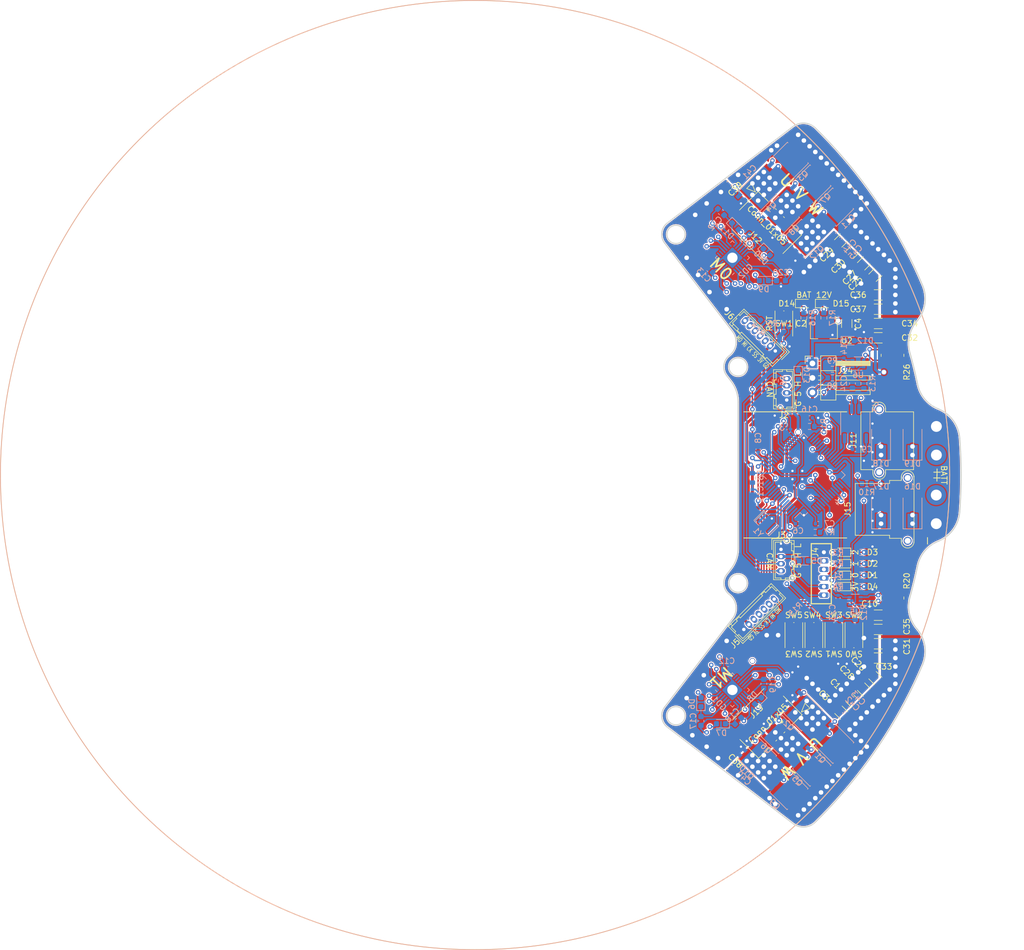
<source format=kicad_pcb>
(kicad_pcb (version 20211014) (generator pcbnew)
  (layers (0 "F.Cu" signal) (1 "In1.Cu" signal) (2 "In2.Cu" signal) (31 "B.Cu" signal) (34 "B.Paste" user) (35 "F.Paste" user) (36 "B.SilkS" user "B.Silkscreen") (37 "F.SilkS" user "F.Silkscreen") (38 "B.Mask" user) (39 "F.Mask" user) (44 "Edge.Cuts" user))
  (net 0 "")
  (net 1 "+5V")
  (net 2 "Net-(C11-Pad2)")
  (net 3 "/M1_W")
  (net 4 "/M1_V")
  (net 5 "/M1_U")
  (net 6 "Net-(C18-Pad2)")
  (net 7 "/M0_W")
  (net 8 "Net-(C21-Pad2)")
  (net 9 "/M0_V")
  (net 10 "Net-(C22-Pad2)")
  (net 11 "/M1_UL")
  (net 12 "/M1_VL")
  (net 13 "/M1_WL")
  (net 17 "Net-(GD1-Pad9)")
  (net 18 "Net-(GD1-Pad10)")
  (net 19 "Net-(GD1-Pad11)")
  (net 20 "Net-(GD1-Pad13)")
  (net 21 "Net-(GD1-Pad16)")
  (net 22 "Net-(GD1-Pad19)")
  (net 24 "/M1_UH")
  (net 25 "/M1_VH")
  (net 26 "/M1_WH")
  (net 27 "/M0_UL")
  (net 28 "/M0_VL")
  (net 29 "/M0_WL")
  (net 33 "Net-(GD2-Pad9)")
  (net 34 "Net-(GD2-Pad10)")
  (net 35 "Net-(GD2-Pad11)")
  (net 36 "Net-(GD2-Pad13)")
  (net 37 "Net-(GD2-Pad16)")
  (net 38 "Net-(GD2-Pad19)")
  (net 40 "/M0_UH")
  (net 41 "/M0_VH")
  (net 42 "/M0_WH")
  (net 43 "+BATT")
  (net 44 "/M0_U")
  (net 45 "Net-(C17-Pad2)")
  (net 46 "Net-(D1-Pad1)")
  (net 47 "Net-(C19-Pad2)")
  (net 48 "Net-(D2-Pad1)")
  (net 49 "Net-(C20-Pad2)")
  (net 50 "Net-(D3-Pad1)")
  (net 51 "Net-(D4-Pad1)")
  (net 54 "/SW0")
  (net 55 "/SW1")
  (net 56 "/M1_CS")
  (net 57 "/M0_CS")
  (net 58 "Net-(D5-Pad2)")
  (net 59 "/CAN_L")
  (net 64 "/SW2")
  (net 65 "/SW3")
  (net 67 "/CAN_H")
  (net 68 "/SWDIO")
  (net 69 "/SWCLK")
  (net 70 "/UART1_TX")
  (net 73 "/UART1_RX")
  (net 74 "/NSS_ENC0")
  (net 75 "/NRST")
  (net 76 "+3V3")
  (net 77 "GND")
  (net 78 "/LED_0")
  (net 79 "/LED_1")
  (net 80 "/LED_2")
  (net 81 "/OSC_IN")
  (net 82 "/OSC_OUT")
  (net 86 "/TEMP_0")
  (net 88 "/BATT_V_SENS")
  (net 89 "/SPI_CLK")
  (net 90 "/SPI_MISO")
  (net 91 "/SPI_MOSI")
  (net 94 "/NSS_ENC1")
  (net 95 "Net-(R7-Pad2)")
  (net 96 "/CAN_TX")
  (net 97 "/CAN_RX")
  (net 98 "/TEMP_1")
  (net 99 "/3V3_HARF_REF")
  (net 100 "Net-(R12-Pad2)")
  (net 101 "Net-(R13-Pad2)")
  (net 102 "/M1_CSL")
  (net 103 "/M0_CSL")
  (net 104 "Net-(C2-Pad2)")
  (net 105 "Net-(D14-Pad1)")
  (net 106 "Net-(D15-Pad1)")
  (net 107 "+12V")
  (footprint "Connector_Hirose:Hirose_DF13-04P-1.25DSA_1x04_P1.25mm_Vertical" (layer "F.Cu") (at 108.5 86.875 90)
    (fp_text reference "J2")
    (fp_text value "Conn_01x04")
  )
  (footprint "Package_TO_SOT_SMD:SOT-89-3" (layer "F.Cu") (at 115 74.5 -90)
    (fp_text reference "U2")
    (fp_text value "L78L15_SOT89")
  )
  (footprint "LED_SMD:LED_0603_1608Metric" (layer "F.Cu") (at 118.2125 115.5 180)
    (fp_text reference "D2")
    (fp_text value "LED")
  )
  (footprint "Button_Switch_SMD:SW_Push_1P1T_NO_CK_KMR2" (layer "F.Cu") (at 113.25 128 90)
    (fp_text reference "SW4")
    (fp_text value "SW_Push")
  )
  (footprint "Capacitor_SMD:C_1206_3216Metric" (layer "F.Cu") (at 124.5 71 180)
    (fp_text reference "C37")
    (fp_text value "4.7u")
  )
  (footprint "Resistor_SMD:R_0815_2038Metric" (layer "F.Cu") (at 127 79.0625 90)
    (fp_text reference "R26")
    (fp_text value "10m")
  )
  (footprint "Capacitor_SMD:C_1206_3216Metric" (layer "F.Cu") (at 124 135.5 135)
    (fp_text reference "C26")
    (fp_text value "4.7u")
  )
  (footprint "Button_Switch_SMD:SW_Push_1P1T_NO_CK_KMR2" (layer "F.Cu") (at 109.75 128 90)
    (fp_text reference "SW5")
    (fp_text value "SW_Push")
  )
  (footprint "LED_SMD:LED_0603_1608Metric" (layer "F.Cu") (at 111.5 70)
    (fp_text reference "D14")
    (fp_text value "LED")
  )
  (footprint "user:2053380003" (layer "F.Cu") (at 105.596016 53.075558 135)
    (fp_text reference "J12")
    (fp_text value "Conn_01x05")
  )
  (footprint "Connector_PinHeader_2.54mm:PinHeader_1x03_P2.54mm_Horizontal" (layer "F.Cu") (at 113 80.475)
    (fp_text reference "J14")
    (fp_text value "Conn_01x03")
  )
  (footprint "LED_SMD:LED_0603_1608Metric" (layer "F.Cu") (at 118.2125 117.54 180)
    (fp_text reference "D1")
    (fp_text value "LED")
  )
  (footprint "Capacitor_SMD:C_1206_3216Metric" (layer "F.Cu") (at 124.5 68.5 180)
    (fp_text reference "C36")
    (fp_text value "4.7u")
  )
  (footprint "Connector_AMASS:AMASS_XT30PW-M_1x02_P2.50mm_Horizontal" (layer "F.Cu") (at 134.675 91.5 90)
    (fp_text reference "J11")
    (fp_text value "Conn_01x02")
  )
  (footprint "Connector_Hirose:Hirose_DF13-07P-1.25DSA_1x07_P1.25mm_Vertical" (layer "F.Cu") (at 106.505204 78.298097 135)
    (fp_text reference "J6")
    (fp_text value "Conn_01x07")
  )
  (footprint "Capacitor_SMD:C_1206_3216Metric" (layer "F.Cu") (at 118.042983 141.542983 135)
    (fp_text reference "C3")
    (fp_text value "4.7u")
  )
  (footprint "Capacitor_SMD:C_1206_3216Metric" (layer "F.Cu") (at 124 65 -135)
    (fp_text reference "C25")
    (fp_text value "4.7u")
  )
  (footprint "Button_Switch_SMD:SW_Push_1P1T_NO_CK_KMR2" (layer "F.Cu") (at 116.75 128 90)
    (fp_text reference "SW3")
    (fp_text value "SW_Push")
  )
  (footprint "Capacitor_SMD:C_1206_3216Metric" (layer "F.Cu") (at 119 73.5 90)
    (fp_text reference "C4")
    (fp_text value "4.7u")
  )
  (footprint "LED_SMD:LED_0603_1608Metric" (layer "F.Cu") (at 118.2125 119.5 180)
    (fp_text reference "D4")
    (fp_text value "LED")
  )
  (footprint "Button_Switch_SMD:SW_Push_1P1T_NO_CK_KMR2" (layer "F.Cu") (at 108 73.5 -90)
    (fp_text reference "SW1")
    (fp_text value "SW_Push")
  )
  (footprint "Capacitor_SMD:C_1206_3216Metric" (layer "F.Cu") (at 124.5 73.5 180)
    (fp_text reference "C34")
    (fp_text value "4.7u")
  )
  (footprint "Resistor_SMD:R_0815_2038Metric" (layer "F.Cu") (at 127 121.5 -90)
    (fp_text reference "R20")
    (fp_text value "10m")
  )
  (footprint "Capacitor_SMD:C_1206_3216Metric" (layer "F.Cu") (at 124.5 132 180)
    (fp_text reference "C33")
    (fp_text value "4.7u")
  )
  (footprint "Capacitor_SMD:C_1206_3216Metric" (layer "F.Cu") (at 124.5 76 180)
    (fp_text reference "C32")
    (fp_text value "4.7u")
  )
  (footprint "Capacitor_SMD:C_1206_3216Metric" (layer "F.Cu") (at 111 73.5 90)
    (fp_text reference "C2")
    (fp_text value "4.7u")
  )
  (footprint "Connector_Hirose:Hirose_DF13-04P-1.25DSA_1x04_P1.25mm_Vertical" (layer "F.Cu") (at 107.5 113 -90)
    (fp_text reference "J3")
    (fp_text value "Conn_01x04")
  )
  (footprint "Capacitor_SMD:C_0603_1608Metric" (layer "F.Cu") (at 98.5 151 -45)
    (fp_text reference "C38")
    (fp_text value "0.1u")
  )
  (footprint "Capacitor_SMD:C_1206_3216Metric" (layer "F.Cu") (at 124.5 124.5 180)
    (fp_text reference "C10")
    (fp_text value "4.7u")
  )
  (footprint "Connector_AMASS:AMASS_XT30PW-F_1x02_P2.50mm_Horizontal" (layer "F.Cu") (at 134.65 108.5 90)
    (fp_text reference "J15")
    (fp_text value "Conn_01x02")
  )
  (footprint "Connector_Hirose:Hirose_DF13-07P-1.25DSA_1x07_P1.25mm_Vertical" (layer "F.Cu") (at 101 127 45)
    (fp_text reference "J5")
    (fp_text value "Conn_01x07")
  )
  (footprint "LED_SMD:LED_0603_1608Metric" (layer "F.Cu") (at 118.2125 113.5 180)
    (fp_text reference "D3")
    (fp_text value "LED")
  )
  (footprint "Capacitor_SMD:C_0603_1608Metric" (layer "F.Cu") (at 98.5 49 45)
    (fp_text reference "C39")
    (fp_text value "0.1u")
  )
  (footprint "LED_SMD:LED_0603_1608Metric" (layer "F.Cu") (at 115 70)
    (fp_text reference "D15")
    (fp_text value "LED")
  )
  (footprint "user:ZH_B6B-ZR" (layer "F.Cu") (at 115 113.5 -90)
    (fp_text reference "J4")
    (fp_text value "Conn_01x06")
  )
  (footprint "Capacitor_SMD:C_1206_3216Metric" (layer "F.Cu") (at 124.5 129.5 180)
    (fp_text reference "C31")
    (fp_text value "4.7u")
  )
  (footprint "Capacitor_SMD:C_1206_3216Metric" (layer "F.Cu") (at 120 61 -135)
    (fp_text reference "C30")
    (fp_text value "4.7u")
  )
  (footprint "Capacitor_SMD:C_1206_3216Metric" (layer "F.Cu") (at 124.5 127 180)
    (fp_text reference "C35")
    (fp_text value "4.7u")
  )
  (footprint "Capacitor_SMD:C_1206_3216Metric" (layer "F.Cu") (at 120 139.5 135)
    (fp_text reference "C1")
    (fp_text value "4.7u")
  )
  (footprint "Capacitor_SMD:C_1206_3216Metric" (layer "F.Cu") (at 122 137.5 135)
    (fp_text reference "C28")
    (fp_text value "4.7u")
  )
  (footprint "Capacitor_SMD:C_1206_3216Metric" (layer "F.Cu") (at 122 63 -135)
    (fp_text reference "C27")
    (fp_text value "4.7u")
  )
  (footprint "Capacitor_SMD:C_1206_3216Metric" (layer "F.Cu") (at 118 59 -135)
    (fp_text reference "C29")
    (fp_text value "4.7u")
  )
  (footprint "user:2053380003" (layer "F.Cu") (at 108.5 144 45)
    (fp_text reference "J13")
    (fp_text value "Conn_01x05")
  )
  (footprint "Button_Switch_SMD:SW_Push_1P1T_NO_CK_KMR2" (layer "F.Cu") (at 120.25 128 90)
    (fp_text reference "SW2")
    (fp_text value "SW_Push")
  )
  (footprint "Capacitor_SMD:C_0402_1005Metric" (layer "B.Cu") (at 114 108.5 180)
    (fp_text reference "C7")
    (fp_text value "0.1u")
  )
  (footprint "Resistor_SMD:R_0603_1608Metric" (layer "B.Cu") (at 102.5 100.5 -90)
    (fp_text reference "FB1")
    (fp_text value "FB100")
  )
  (footprint "Resistor_SMD:R_0603_1608Metric" (layer "B.Cu") (at 108 74 180)
    (fp_text reference "R5")
    (fp_text value "1k")
  )
  (footprint "Resistor_SMD:R_0603_1608Metric" (layer "B.Cu") (at 122.5 101.5 180)
    (fp_text reference "R10")
    (fp_text value "10k")
  )
  (footprint "Capacitor_SMD:C_0603_1608Metric" (layer "B.Cu") (at 97 54 -45)
    (fp_text reference "C22")
    (fp_text value "1u")
  )
  (footprint "Resistor_SMD:R_0603_1608Metric" (layer "B.Cu") (at 121.5 115.5)
    (fp_text reference "R2")
    (fp_text value "4.7k")
  )
  (footprint "Resistor_SMD:R_0603_1608Metric" (layer "B.Cu") (at 122 84 90)
    (fp_text reference "R13")
    (fp_text value "100")
  )
  (footprint "Capacitor_SMD:C_0603_1608Metric" (layer "B.Cu") (at 102.5 58.5 -45)
    (fp_text reference "C21")
    (fp_text value "1u")
  )
  (footprint "Package_TO_SOT_SMD:LFPAK56" (layer "B.Cu") (at 103.5 149.5 -45)
    (fp_text reference "Q10")
    (fp_text value "IRF8721PBF-1")
  )
  (footprint "Capacitor_SMD:C_0402_1005Metric" (layer "B.Cu") (at 112.5 90)
    (fp_text reference "C16")
    (fp_text value "0.1u")
  )
  (footprint "Capacitor_SMD:C_0402_1005Metric" (layer "B.Cu") (at 117.473452 121.5 90)
    (fp_text reference "C15")
    (fp_text value "0.1u")
  )
  (footprint "Package_SO:SO-8_3.9x4.9mm_P1.27mm" (layer "B.Cu") (at 120.5 91 90)
    (fp_text reference "U3")
    (fp_text value "MAX3051")
  )
  (footprint "Diode_SMD:D_0603_1608Metric" (layer "B.Cu") (at 110.5 82.5 -90)
    (fp_text reference "D13")
    (fp_text value "D")
  )
  (footprint "Diode_SMD:D_0603_1608Metric" (layer "B.Cu") (at 103.5 139.5 -135)
    (fp_text reference "D8")
    (fp_text value "D")
  )
  (footprint "Capacitor_SMD:C_0603_1608Metric" (layer "B.Cu") (at 119 141 -45)
    (fp_text reference "C43")
    (fp_text value "0.1u")
  )
  (footprint "Capacitor_SMD:C_0603_1608Metric" (layer "B.Cu") (at 98.5 151 -45)
    (fp_text reference "C40")
    (fp_text value "0.1u")
  )
  (footprint "Diode_SMD:D_0603_1608Metric" (layer "B.Cu") (at 105 61 -45)
    (fp_text reference "D10")
    (fp_text value "D")
  )
  (footprint "Package_TO_SOT_SMD:LFPAK56" (layer "B.Cu") (at 113 151.192409 -45)
    (fp_text reference "Q5")
    (fp_text value "IRF8721PBF-1")
  )
  (footprint "user:QFN-24-1EP_4x4mm_P0.5mm_EP2.6x2.6mm_Thhole_v2" (layer "B.Cu") (at 99 62 45)
    (fp_text reference "GD2")
    (fp_text value "FD6288Q")
  )
  (footprint "Capacitor_SMD:C_0402_1005Metric" (layer "B.Cu") (at 120.5 95.5 180)
    (fp_text reference "C9")
    (fp_text value "0.1u")
  )
  (footprint "Diode_SMD:D_0603_1608Metric" (layer "B.Cu") (at 111.5 115)
    (fp_text reference "D5")
    (fp_text value "D")
  )
  (footprint "Package_TO_SOT_SMD:SOT-363_SC-70-6" (layer "B.Cu") (at 120.473452 122)
    (fp_text reference "U5")
    (fp_text value "INA199")
  )
  (footprint "Capacitor_SMD:C_0402_1005Metric" (layer "B.Cu") (at 108.8 92.3 45)
    (fp_text reference "C5")
    (fp_text value "0.1u")
  )
  (footprint "Capacitor_SMD:C_0402_1005Metric" (layer "B.Cu") (at 102.5 103 90)
    (fp_text reference "C11")
    (fp_text value "0.1u")
  )
  (footprint "Capacitor_SMD:C_0603_1608Metric" (layer "B.Cu") (at 118 142 -45)
    (fp_text reference "C42")
    (fp_text value "0.1u")
  )
  (footprint "Capacitor_SMD:C_0603_1608Metric" (layer "B.Cu") (at 98.225 134 180)
    (fp_text reference "C12")
    (fp_text value "0.1u")
  )
  (footprint "Diode_SMD:D_0603_1608Metric" (layer "B.Cu") (at 93.5 139.7125 90)
    (fp_text reference "D6")
    (fp_text value "D")
  )
  (footprint "Package_TO_SOT_SMD:LFPAK56" (layer "B.Cu") (at 111.5 141.5 -45)
    (fp_text reference "Q2")
    (fp_text value "IRF8721PBF-1")
  )
  (footprint "Package_TO_SOT_SMD:LFPAK56" (layer "B.Cu") (at 103.5 50.5 45)
    (fp_text reference "Q4")
    (fp_text value "IRF8721PBF-1")
  )
  (footprint "Resistor_SMD:R_0603_1608Metric" (layer "B.Cu") (at 121.5 119.5)
    (fp_text reference "R4")
    (fp_text value "4.7k")
  )
  (footprint "Resistor_SMD:R_0603_1608Metric" (layer "B.Cu") (at 121.5 113.5)
    (fp_text reference "R3")
    (fp_text value "4.7k")
  )
  (footprint "Capacitor_SMD:C_0603_1608Metric" (layer "B.Cu") (at 120 84 -90)
    (fp_text reference "C24")
    (fp_text value "1u")
  )
  (footprint "Package_TO_SOT_SMD:LFPAK56" (layer "B.Cu") (at 109 155.268144 -45)
    (fp_text reference "Q9")
    (fp_text value "IRF8721PBF-1")
  )
  (footprint "Package_TO_SOT_SMD:LFPAK56" (layer "B.Cu") (at 113 49 45)
    (fp_text reference "Q7")
    (fp_text value "IRF8721PBF-1")
  )
  (footprint "Package_TO_SOT_SMD:LFPAK56" (layer "B.Cu") (at 107.5 54.5 45)
    (fp_text reference "Q8")
    (fp_text value "IRF8721PBF-1")
  )
  (footprint "Diode_SMD:D_0603_1608Metric" (layer "B.Cu") (at 97 143.5 180)
    (fp_text reference "D7")
    (fp_text value "D")
  )
  (footprint "Resistor_SMD:R_0603_1608Metric" (layer "B.Cu") (at 105.5 125.5 -135)
    (fp_text reference "R15")
    (fp_text value "10k")
  )
  (footprint "Crystal:Resonator_SMD_Murata_CSTxExxV-3Pin_3.0x1.1mm" (layer "B.Cu") (at 105 108.5 -45)
    (fp_text reference "Y1")
    (fp_text value "Resonator")
  )
  (footprint "Diode_SMD:D_0603_1608Metric" (layer "B.Cu") (at 99.5 56.5 -45)
    (fp_text reference "D11")
    (fp_text value "D")
  )
  (footprint "Capacitor_SMD:C_0603_1608Metric" (layer "B.Cu") (at 107.5 66 180)
    (fp_text reference "C20")
    (fp_text value "1u")
  )
  (footprint "Resistor_SMD:R_0603_1608Metric" (layer "B.Cu") (at 120.473452 124.5 90)
    (fp_text reference "R12")
    (fp_text value "100")
  )
  (footprint "Capacitor_SMD:C_0603_1608Metric" (layer "B.Cu") (at 117.5 58 45)
    (fp_text reference "C44")
    (fp_text value "0.1u")
  )
  (footprint "Resistor_SMD:R_0603_1608Metric" (layer "B.Cu") (at 111.5 72.5 90)
    (fp_text reference "R16")
    (fp_text value "47k")
  )
  (footprint "Package_QFP:LQFP-64_10x10mm_P0.5mm" (layer "B.Cu") (at 111.5 100 45)
    (fp_text reference "U4")
    (fp_text value "~")
  )
  (footprint "Diode_SMD:D_SMA" (layer "B.Cu") (at 130.5 106 90)
    (fp_text reference "D16")
    (fp_text value "D_Zener")
  )
  (footprint "Resistor_SMD:R_0603_1608Metric" (layer "B.Cu") (at 112.5 91.5 180)
    (fp_text reference "R11")
    (fp_text value "1k")
  )
  (footprint "Diode_SMD:D_0603_1608Metric" (layer "B.Cu") (at 119.5 76.5)
    (fp_text reference "D12")
    (fp_text value "D")
  )
  (footprint "Capacitor_SMD:C_0603_1608Metric" (layer "B.Cu") (at 95 64 -45)
    (fp_text reference "C13")
    (fp_text value "0.1u")
  )
  (footprint "Resistor_SMD:R_0603_1608Metric" (layer "B.Cu") (at 115 72.5 90)
    (fp_text reference "R17")
    (fp_text value "47k")
  )
  (footprint "Package_TO_SOT_SMD:LFPAK56" (layer "B.Cu") (at 117 147.192409 -45)
    (fp_text reference "Q1")
    (fp_text value "IRF8721PBF-1")
  )
  (footprint "Resistor_SMD:R_0603_1608Metric" (layer "B.Cu") (at 106.5 83.5 90)
    (fp_text reference "R6")
    (fp_text value "120")
  )
  (footprint "user:QFN-24-1EP_4x4mm_P0.5mm_EP2.6x2.6mm_Thhole_v2" (layer "B.Cu") (at 99 137.580761 -45)
    (fp_text reference "GD1")
    (fp_text value "FD6288Q")
  )
  (footprint "Resistor_SMD:R_0603_1608Metric" (layer "B.Cu") (at 116.5 83)
    (fp_text reference "R8")
    (fp_text value "100")
  )
  (footprint "Package_TO_SOT_SMD:LFPAK56" (layer "B.Cu") (at 109.052099 45.042804 45)
    (fp_text reference "Q3")
    (fp_text value "IRF8721PBF-1")
  )
  (footprint "Diode_SMD:D_SMA" (layer "B.Cu") (at 125 106 90)
    (fp_text reference "D17")
    (fp_text value "D_Zener")
  )
  (footprint "Capacitor_SMD:C_0603_1608Metric" (layer "B.Cu") (at 104.5 136.5 -90)
    (fp_text reference "C19")
    (fp_text value "1u")
  )
  (footprint "Package_TO_SOT_SMD:LFPAK56" (layer "B.Cu") (at 107.5 145.5 -45)
    (fp_text reference "Q6")
    (fp_text value "IRF8721PBF-1")
  )
  (footprint "Resistor_SMD:R_0603_1608Metric" (layer "B.Cu") (at 116.5 81.5 180)
    (fp_text reference "R9")
    (fp_text value "100")
  )
  (footprint "Resistor_SMD:R_0603_1608Metric" (layer "B.Cu") (at 121.5 117.5)
    (fp_text reference "R1")
    (fp_text value "4.7k")
  )
  (footprint "Package_TO_SOT_SMD:LFPAK56" (layer "B.Cu") (at 111.5 58.5 45)
    (fp_text reference "Q12")
    (fp_text value "IRF8721PBF-1")
  )
  (footprint "Package_TO_SOT_SMD:SOT-363_SC-70-6" (layer "B.Cu") (at 121 80.5)
    (fp_text reference "U6")
    (fp_text value "INA199")
  )
  (footprint "Package_TO_SOT_SMD:LFPAK56" (layer "B.Cu") (at 116.970226 53.029774 45)
    (fp_text reference "Q11")
    (fp_text value "IRF8721PBF-1")
  )
  (footprint "Capacitor_SMD:C_0402_1005Metric" (layer "B.Cu") (at 110.5 108.5 180)
    (fp_text reference "C6")
    (fp_text value "0.1u")
  )
  (footprint "Diode_SMD:D_SMA" (layer "B.Cu") (at 125 94 90)
    (fp_text reference "D18")
    (fp_text value "D_Zener")
  )
  (footprint "Capacitor_SMD:C_0402_1005Metric" (layer "B.Cu") (at 103.5 95.5 -90)
    (fp_text reference "C8")
    (fp_text value "0.1u")
  )
  (footprint "Diode_SMD:D_0603_1608Metric" (layer "B.Cu") (at 104.5 66 180)
    (fp_text reference "D9")
    (fp_text value "D")
  )
  (footprint "Resistor_SMD:R_0603_1608Metric" (layer "B.Cu") (at 104.5 73.5 -45)
    (fp_text reference "R14")
    (fp_text value "10k")
  )
  (footprint "Resistor_SMD:R_0603_1608Metric" (layer "B.Cu") (at 113.5 110)
    (fp_text reference "R7")
    (fp_text value "1k")
  )
  (footprint "Capacitor_SMD:C_0603_1608Metric" (layer "B.Cu") (at 100 143 -135)
    (fp_text reference "C18")
    (fp_text value "1u")
  )
  (footprint "Capacitor_SMD:C_0402_1005Metric" (layer "B.Cu") (at 118.5 80 90)
    (fp_text reference "C14")
    (fp_text value "0.1u")
  )
  (footprint "Diode_SMD:D_SMA" (layer "B.Cu") (at 130.5 94 90)
    (fp_text reference "D19")
    (fp_text value "D_Zener")
  )
  (footprint "Capacitor_SMD:C_0603_1608Metric" (layer "B.Cu") (at 118.5 59 45)
    (fp_text reference "C45")
    (fp_text value "0.1u")
  )
  (footprint "Capacitor_SMD:C_0603_1608Metric" (layer "B.Cu") (at 93.5 143 90)
    (fp_text reference "C17")
    (fp_text value "1u")
  )
  (footprint "Capacitor_SMD:C_0603_1608Metric" (layer "B.Cu") (at 98.5 49 45)
    (fp_text reference "C41")
    (fp_text value "0.1u")
  )
  (footprint "Capacitor_SMD:C_0603_1608Metric" (layer "B.Cu") (at 117.973452 124.5 -90)
    (fp_text reference "C23")
    (fp_text value "1u")
  )
  (gr_circle (center 54 100) (end 137 100) (layer "B.SilkS") (width 0.15) (fill none))
  (gr_line (start 119 111) (end 101 111) (layer "F.SilkS") (width 0.15))
  (gr_circle (center 54 100) (end 137 100) (layer "F.SilkS") (width 0.15) (fill none))
  (gr_line (start 119 88.94) (end 101 88.94) (layer "F.SilkS") (width 0.15))
  (gr_arc (start 98.472955 120.890339) (mid 99.621017 122.87882) (end 99.026731 125.096683) (layer "Edge.Cuts") (width 0.2))
  (gr_arc (start 131.378973 115.921514) (mid 130.764417 118.660775) (end 130.052919 121.376471) (layer "Edge.Cuts") (width 0.2))
  (gr_arc (start 98.472955 120.890339) (mid 97.51625 119.233272) (end 98.011476 117.385052) (layer "Edge.Cuts") (width 0.2))
  (gr_arc (start 131.378973 115.921514) (mid 132.648983 113.286651) (end 135.013839 111.565371) (layer "Edge.Cuts") (width 0.2))
  (gr_arc (start 87.617363 144.07236) (mid 86.660684 142.415296) (end 87.155883 140.567073) (layer "Edge.Cuts") (width 0.2))
  (gr_line (start 87.617363 144.07236) (end 109.584994 160.928716) (layer "Edge.Cuts") (width 0.2))
  (gr_arc (start 130.052921 78.623535) (mid 130.764416 81.339228) (end 131.378973 84.078486) (layer "Edge.Cuts") (width 0.2))
  (gr_line (start 87.617363 55.92764) (end 109.584994 39.071284) (layer "Edge.Cuts") (width 0.2))
  (gr_arc (start 132.260048 66.828251) (mid 132.663888 70.096049) (end 131.28245 73.084893) (layer "Edge.Cuts") (width 0.2))
  (gr_arc (start 135.013839 88.434629) (mid 132.649026 86.713313) (end 131.378973 84.078486) (layer "Edge.Cuts") (width 0.2))
  (gr_arc (start 130.052921 78.623535) (mid 129.971682 75.699707) (end 131.28245 73.084893) (layer "Edge.Cuts") (width 0.2))
  (gr_circle (center 99.994859 118.906955) (end 101.594859 118.906955) (layer "Edge.Cuts") (width 0.2) (fill none))
  (gr_arc (start 109.584994 39.071284) (mid 111.592811 38.456818) (end 113.511691 39.30932) (layer "Edge.Cuts") (width 0.2))
  (gr_line (start 87.155883 59.432927) (end 99.026731 74.903317) (layer "Edge.Cuts") (width 0.2))
  (gr_arc (start 98.76012 83.590601) (mid 99.681589 85.314531) (end 100 87.243169) (layer "Edge.Cuts") (width 0.2))
  (gr_line (start 87.155883 140.567073) (end 99.026731 125.096683) (layer "Edge.Cuts") (width 0.2))
  (gr_arc (start 138.754492 106.455696) (mid 137.613163 109.544215) (end 135.013839 111.565371) (layer "Edge.Cuts") (width 0.2))
  (gr_arc (start 87.155883 59.432927) (mid 86.660645 57.584698) (end 87.617363 55.92764) (layer "Edge.Cuts") (width 0.2))
  (gr_circle (center 89.139267 142.088977) (end 90.739267 142.088977) (layer "Edge.Cuts") (width 0.2) (fill none))
  (gr_arc (start 135.013839 88.434629) (mid 137.613152 90.455793) (end 138.754492 93.544304) (layer "Edge.Cuts") (width 0.2))
  (gr_arc (start 131.28245 126.915107) (mid 129.971684 124.300296) (end 130.052919 121.376471) (layer "Edge.Cuts") (width 0.2))
  (gr_line (start 98.76012 116.409399) (end 98.011476 117.385052) (layer "Edge.Cuts") (width 0.2))
  (gr_arc (start 98.011476 82.614948) (mid 97.516224 80.766712) (end 98.472955 79.109661) (layer "Edge.Cuts") (width 0.2))
  (gr_arc (start 131.28245 126.915107) (mid 132.663873 129.903954) (end 132.260048 133.171749) (layer "Edge.Cuts") (width 0.2))
  (gr_line (start 100 87.243169) (end 100 112.756831) (layer "Edge.Cuts") (width 0.2))
  (gr_arc (start 138.754492 93.544304) (mid 139 100) (end 138.754492 106.455696) (layer "Edge.Cuts") (width 0.2))
  (gr_arc (start 132.260048 133.171749) (mid 124.246608 147.858271) (end 113.511691 160.69068) (layer "Edge.Cuts") (width 0.2))
  (gr_arc (start 100 112.756831) (mid 99.681572 114.685463) (end 98.76012 116.409399) (layer "Edge.Cuts") (width 0.2))
  (gr_circle (center 99.994859 81.093045) (end 101.594859 81.093045) (layer "Edge.Cuts") (width 0.2) (fill none))
  (gr_circle (center 89.139267 57.911023) (end 90.739267 57.911023) (layer "Edge.Cuts") (width 0.2) (fill none))
  (gr_arc (start 113.511691 39.30932) (mid 124.246608 52.141729) (end 132.260048 66.828251) (layer "Edge.Cuts") (width 0.2))
  (gr_arc (start 113.511691 160.69068) (mid 111.592809 161.543157) (end 109.584994 160.928716) (layer "Edge.Cuts") (width 0.2))
  (gr_line (start 98.76012 83.590601) (end 98.011476 82.614948) (layer "Edge.Cuts") (width 0.2))
  (gr_arc (start 99.026731 74.903317) (mid 99.621011 77.121179) (end 98.472955 79.109661) (layer "Edge.Cuts") (width 0.2))
  (gr_text "3V" (at 120.5 119.5 90) (layer "F.SilkS") (effects (font (size 1 1))))
  (gr_text "G 5 H L" (at 110.5 85 90) (layer "F.SilkS") (effects (font (size 1 1))))
  (gr_text "SW0" (at 120.25 131.25 180) (layer "F.SilkS") (effects (font (size 1 1))))
  (gr_text "M1" (at 97 135.5 225) (layer "F.SilkS") (effects (font (size 2 2) (thickness 0.3))))
  (gr_text "SW2" (at 113.25 131.25 180) (layer "F.SilkS") (effects (font (size 1 1))))
  (gr_text "2" (at 120.5 113.5 90) (layer "F.SilkS") (effects (font (size 1 1))))
  (gr_text "SW1" (at 116.75 131.25 180) (layer "F.SilkS") (effects (font (size 1 1))))
  (gr_text "U V W" (at 111 51 315) (layer "F.SilkS") (effects (font (size 2 2) (thickness 0.3))))
  (gr_text "G 5 H L" (at 110.5 115 90) (layer "F.SilkS") (effects (font (size 1 1))))
  (gr_text "CAN" (at 105.5 85 270) (layer "F.SilkS") (effects (font (size 1 1))))
  (gr_text "RST" (at 105.5 73.5 90) (layer "F.SilkS") (effects (font (size 1 1))))
  (gr_text "CAN" (at 105.5 115 270) (layer "F.SilkS") (effects (font (size 1 1))))
  (gr_text "12V" (at 115 68.5) (layer "F.SilkS") (effects (font (size 1 1))))
  (gr_text "U V W" (at 111 149.5 225) (layer "F.SilkS") (effects (font (size 2 2) (thickness 0.3))))
  (gr_text "SW3" (at 109.75 131.25 180) (layer "F.SilkS") (effects (font (size 1 1))))
  (gr_text "BATT" (at 136 100 270) (layer "F.SilkS") (effects (font (size 1 1))))
  (gr_text "0" (at 120.5 117.5 90) (layer "F.SilkS") (effects (font (size 1 1))))
  (gr_text "M0" (at 97 64 315) (layer "F.SilkS") (effects (font (size 2 2) (thickness 0.3))))
  (gr_text "MO MI CK SS 3V GD" (at 102.5 78.5 315) (layer "F.SilkS") (effects (font (size 0.8 0.5) (thickness 0.1))))
  (gr_text "1" (at 120.5 115.5 90) (layer "F.SilkS") (effects (font (size 1 1))))
  (gr_text "MO MI CK SS 3V GD" (at 104.570889 126 225) (layer "F.SilkS") (effects (font (size 0.8 0.5) (thickness 0.1))))
  (gr_text "BAT" (at 111.5 68.5) (layer "F.SilkS") (effects (font (size 1 1))))
  (segment (start 110 102.5) (end 108.5 101) (width 0.5) (layer "F.Cu") (net 1))
  (segment (start 108.5 101) (end 108.5 95) (width 0.5) (layer "F.Cu") (net 1))
  (segment (start 106.75 114.25) (end 106.07452 113.57452) (width 0.5) (layer "F.Cu") (net 1))
  (segment (start 110 104) (end 110 102.5) (width 0.5) (layer "F.Cu") (net 1))
  (segment (start 106.07452 111.42548) (end 108.075 109.425) (width 0.5) (layer "F.Cu") (net 1))
  (segment (start 110.502338 92.997662) (end 110.502338 92.497662) (width 0.5) (layer "F.Cu") (net 1))
  (segment (start 108.5 95) (end 110.502338 92.997662) (width 0.5) (layer "F.Cu") (net 1))
  (segment (start 106.07452 113.57452) (end 106.07452 111.42548) (width 0.5) (layer "F.Cu") (net 1))
  (segment (start 107.5 114.25) (end 106.75 114.25) (width 0.5) (layer "F.Cu") (net 1))
  (segment (start 108.075 105.925) (end 110 104) (width 0.5) (layer "F.Cu") (net 1))
  (segment (start 108.075 109.425) (end 108.075 105.925) (width 0.5) (layer "F.Cu") (net 1))
  (via (at 110.502338 92.497662) (size 1) (drill 0.8) (layers "F.Cu" "B.Cu") (net 1))
  (segment (start 109.8 86) (end 109.8 89.2) (width 0.5) (layer "B.Cu") (net 1))
  (segment (start 110.5 84.55) (end 110.5 83.2875) (width 0.5) (layer "B.Cu") (net 1))
  (segment (start 110.502338 89.902338) (end 110.502338 92.497662) (width 0.5) (layer "B.Cu") (net 1))
  (segment (start 109.8 89.2) (end 110.502338 89.902338) (width 0.5) (layer "B.Cu") (net 1))
  (segment (start 109.9625 114.25) (end 110.7125 115) (width 0.5) (layer "B.Cu") (net 1))
  (segment (start 107.5 114.25) (end 109.9625 114.25) (width 0.5) (layer "B.Cu") (net 1))
  (segment (start 109.425 85.625) (end 109.8 86) (width 0.5) (layer "B.Cu") (net 1))
  (segment (start 109.425 85.625) (end 110.5 84.55) (width 0.5) (layer "B.Cu") (net 1))
  (segment (start 108.5 85.625) (end 109.425 85.625) (width 0.5) (layer "B.Cu") (net 1))
  (segment (start 104 103.5) (end 103.02 102.52) (width 0.25) (layer "B.Cu") (net 2))
  (segment (start 103.02 102.52) (end 102.5 102.52) (width 0.25) (layer "B.Cu") (net 2))
  (segment (start 105.896179 102.421841) (end 104.81802 103.5) (width 0.25) (layer "B.Cu") (net 2))
  (segment (start 104.81802 103.5) (end 104 103.5) (width 0.25) (layer "B.Cu") (net 2))
  (segment (start 102.5 101.325) (end 102.5 102.52) (width 0.25) (layer "B.Cu") (net 2))
  (via (at 102.5 149) (size 1) (drill 0.8) (layers "F.Cu" "B.Cu") (net 3))
  (via (at 102.5 151) (size 1) (drill 0.8) (layers "F.Cu" "B.Cu") (net 3))
  (via (at 104.5 151) (size 1) (drill 0.8) (layers "F.Cu" "B.Cu") (net 3))
  (via (at 105.5 150) (size 1) (drill 0.8) (layers "F.Cu" "B.Cu") (net 3))
  (via (at 106.5 151) (size 1) (drill 0.8) (layers "F.Cu" "B.Cu") (net 3))
  (via (at 105.5 152) (size 1) (drill 0.8) (layers "F.Cu" "B.Cu") (net 3))
  (via (at 104.5 153) (size 1) (drill 0.8) (layers "F.Cu" "B.Cu") (net 3))
  (via (at 94.5 145) (size 0.8) (drill 0.4) (layers "F.Cu" "B.Cu") (net 3))
  (via (at 103.5 150) (size 1) (drill 0.8) (layers "F.Cu" "B.Cu") (net 3))
  (via (at 104.5 149) (size 1) (drill 0.8) (layers "F.Cu" "B.Cu") (net 3))
  (via (at 101.5 150) (size 1) (drill 0.8) (layers "F.Cu" "B.Cu") (net 3))
  (via (at 108 153.3) (size 0.8) (drill 0.4) (layers "F.Cu" "B.Cu") (net 3))
  (via (at 103.5 152) (size 1) (drill 0.8) (layers "F.Cu" "B.Cu") (net 3))
  (segment (start 97.884203 142.70048) (end 100 140.584683) (width 0.25) (layer "B.Cu") (net 3))
  (segment (start 93.5 143.775) (end 94.57452 142.70048) (width 0.25) (layer "B.Cu") (net 3))
  (segment (start 94.5 145) (end 94.1 145) (width 0.25) (layer "B.Cu") (net 3))
  (segment (start 94.1 145) (end 93.5 144.4) (width 0.25) (layer "B.Cu") (net 3))
  (segment (start 100 140.584683) (end 100 140.348528) (width 0.25) (layer "B.Cu") (net 3))
  (segment (start 100 140.348528) (end 99.486136 139.834664) (width 0.25) (layer "B.Cu") (net 3))
  (segment (start 107.510948 152.810948) (end 108 153.3) (width 0.25) (layer "B.Cu") (net 3))
  (segment (start 94.57452 142.70048) (end 97.884203 142.70048) (width 0.25) (layer "B.Cu") (net 3))
  (segment (start 93.5 144.4) (end 93.5 143.775) (width 0.25) (layer "B.Cu") (net 3))
  (segment (start 107.447901 152.810948) (end 107.510948 152.810948) (width 0.25) (layer "B.Cu") (net 3))
  (via (at 107.5 146) (size 1) (drill 0.8) (layers "F.Cu" "B.Cu") (net 4))
  (via (at 109.5 146) (size 1) (drill 0.8) (layers "F.Cu" "B.Cu") (net 4))
  (via (at 109.5 148) (size 1) (drill 0.8) (layers "F.Cu" "B.Cu") (net 4))
  (via (at 107.5 148) (size 1) (drill 0.8) (layers "F.Cu" "B.Cu") (net 4))
  (via (at 108.5 149) (size 1) (drill 0.8) (layers "F.Cu" "B.Cu") (net 4))
  (via (at 101 143) (size 0.8) (drill 0.4) (layers "F.Cu" "B.Cu") (net 4))
  (via (at 110.5 147) (size 1) (drill 0.8) (layers "F.Cu" "B.Cu") (net 4))
  (via (at 108.5 147) (size 1) (drill 0.8) (layers "F.Cu" "B.Cu") (net 4))
  (via (at 112.1 149.3) (size 0.8) (drill 0.4) (layers "F.Cu" "B.Cu") (net 4))
  (via (at 106.5 145) (size 1) (drill 0.8) (layers "F.Cu" "B.Cu") (net 4))
  (segment (start 101 142.903984) (end 100.548008 142.451992) (width 0.25) (layer "B.Cu") (net 4))
  (segment (start 101.9495 142.0505) (end 101.9495 140.176708) (width 0.25) (layer "B.Cu") (net 4))
  (segment (start 101 143) (end 101 142.903984) (width 0.25) (layer "B.Cu") (net 4))
  (segment (start 101 143) (end 101.9495 142.0505) (width 0.25) (layer "B.Cu") (net 4))
  (segment (start 101.9495 140.176708) (end 100.546796 138.774004) (width 0.25) (layer "B.Cu") (net 4))
  (segment (start 111.447901 148.735213) (end 111.535213 148.735213) (width 0.25) (layer "B.Cu") (net 4))
  (segment (start 111.535213 148.735213) (end 112.1 149.3) (width 0.25) (layer "B.Cu") (net 4))
  (via (at 113 140.5) (size 1) (drill 0.8) (layers "F.Cu" "B.Cu") (net 5))
  (via (at 112 141.5) (size 1) (drill 0.8) (layers "F.Cu" "B.Cu") (net 5))
  (via (at 116 145.2) (size 0.8) (drill 0.4) (layers "F.Cu" "B.Cu") (net 5))
  (via (at 113 144.5) (size 1) (drill 0.8) (layers "F.Cu" "B.Cu") (net 5))
  (via (at 112 143.5) (size 1) (drill 0.8) (layers "F.Cu" "B.Cu") (net 5))
  (via (at 111 142.5) (size 1) (drill 0.8) (layers "F.Cu" "B.Cu") (net 5))
  (via (at 110 141.5) (size 1) (drill 0.8) (layers "F.Cu" "B.Cu") (net 5))
  (via (at 112 139.5) (size 1) (drill 0.8) (layers "F.Cu" "B.Cu") (net 5))
  (via (at 115 142.5) (size 1) (drill 0.8) (layers "F.Cu" "B.Cu") (net 5))
  (via (at 114 141.5) (size 1) (drill 0.8) (layers "F.Cu" "B.Cu") (net 5))
  (via (at 113 142.5) (size 1) (drill 0.8) (layers "F.Cu" "B.Cu") (net 5))
  (via (at 107 135.5) (size 0.8) (drill 0.4) (layers "F.Cu" "B.Cu") (net 5))
  (via (at 114 143.5) (size 1) (drill 0.8) (layers "F.Cu" "B.Cu") (net 5))
  (segment (start 115.447901 144.735213) (end 115.535213 144.735213) (width 0.25) (layer "B.Cu") (net 5))
  (segment (start 104.5 135.725) (end 102.623528 135.725) (width 0.25) (layer "B.Cu") (net 5))
  (segment (start 102.623528 135.725) (end 101.253903 137.094625) (width 0.25) (layer "B.Cu") (net 5))
  (segment (start 107 135.5) (end 106.775 135.725) (width 0.25) (layer "B.Cu") (net 5))
  (segment (start 106.775 135.725) (end 104.5 135.725) (width 0.25) (layer "B.Cu") (net 5))
  (segment (start 115.535213 144.735213) (end 116 145.2) (width 0.25) (layer "B.Cu") (net 5))
  (segment (start 100.5 141) (end 100.5 140.141421) (width 0.25) (layer "B.Cu") (net 6))
  (segment (start 99.403984 143.5) (end 99.451992 143.548008) (width 0.25) (layer "B.Cu") (net 6))
  (segment (start 99.451992 142.048008) (end 100.5 141) (width 0.25) (layer "B.Cu") (net 6))
  (segment (start 97.7875 143.5) (end 99.403984 143.5) (width 0.25) (layer "B.Cu") (net 6))
  (segment (start 100.5 140.141421) (end 99.839689 139.48111) (width 0.25) (layer "B.Cu") (net 6))
  (segment (start 99.451992 143.548008) (end 99.451992 142.048008) (width 0.25) (layer "B.Cu") (net 6))
  (via (at 114 56.5) (size 1) (drill 0.8) (layers "F.Cu" "B.Cu") (net 7))
  (via (at 111 59.5) (size 1) (drill 0.8) (layers "F.Cu" "B.Cu") (net 7))
  (via (at 115 54) (size 0.8) (drill 0.4) (layers "F.Cu" "B.Cu") (net 7))
  (via (at 112 56.5) (size 1) (drill 0.8) (layers "F.Cu" "B.Cu") (net 7))
  (via (at 115 57.5) (size 1) (drill 0.8) (layers "F.Cu" "B.Cu") (net 7))
  (via (at 109 64.5) (size 0.8) (drill 0.4) (layers "F.Cu" "B.Cu") (net 7))
  (via (at 112 60.5) (size 1) (drill 0.8) (layers "F.Cu" "B.Cu") (net 7))
  (via (at 114 58.5) (size 1) (drill 0.8) (layers "F.Cu" "B.Cu") (net 7))
  (via (at 111 57.5) (size 1) (drill 0.8) (layers "F.Cu" "B.Cu") (net 7))
  (via (at 113 55.5) (size 1) (drill 0.8) (layers "F.Cu" "B.Cu") (net 7))
  (via (at 113 57.5) (size 1) (drill 0.8) (layers "F.Cu" "B.Cu") (net 7))
  (via (at 112 58.5) (size 1) (drill 0.8) (layers "F.Cu" "B.Cu") (net 7))
  (via (at 113 59.5) (size 1) (drill 0.8) (layers "F.Cu" "B.Cu") (net 7))
  (segment (start 101.253903 61.513864) (end 101.767767 61) (width 0.25) (layer "B.Cu") (net 7))
  (segment (start 101.767767 61) (end 102.5 61) (width 0.25) (layer "B.Cu") (net 7))
  (segment (start 106 63) (end 104.5 63) (width 0.25) (layer "B.Cu") (net 7))
  (segment (start 108.275 66) (end 108.275 65.275) (width 0.25) (layer "B.Cu") (net 7))
  (segment (start 109 65.275) (end 109 64.5) (width 0.25) (layer "B.Cu") (net 7))
  (segment (start 114.51303 54.581873) (end 114.51303 54.48697) (width 0.25) (layer "B.Cu") (net 7))
  (segment (start 108.275 65.275) (end 106 63) (width 0.25) (layer "B.Cu") (net 7))
  (segment (start 108.275 66) (end 109 65.275) (width 0.25) (layer "B.Cu") (net 7))
  (segment (start 114.51303 54.48697) (end 115 54) (width 0.25) (layer "B.Cu") (net 7))
  (segment (start 102.5 61) (end 104.5 63) (width 0.25) (layer "B.Cu") (net 7))
  (segment (start 101.56066 60.5) (end 100.900349 61.160311) (width 0.25) (layer "B.Cu") (net 8))
  (segment (start 103.048008 59.951992) (end 102.5 60.5) (width 0.25) (layer "B.Cu") (net 8))
  (segment (start 103.048008 59.048008) (end 103.048008 59.951992) (width 0.25) (layer "B.Cu") (net 8))
  (segment (start 102.5 60.5) (end 101.56066 60.5) (width 0.25) (layer "B.Cu") (net 8))
  (segment (start 104.443153 60.443153) (end 103.048008 59.048008) (width 0.25) (layer "B.Cu") (net 8))
  (via (at 108.5 51) (size 1) (drill 0.8) (layers "F.Cu" "B.Cu") (net 9))
  (via (at 109.5 54) (size 1) (drill 0.8) (layers "F.Cu" "B.Cu") (net 9))
  (via (at 109.5 52) (size 1) (drill 0.8) (layers "F.Cu" "B.Cu") (net 9))
  (via (at 101 58.5) (size 0.8) (drill 0.4) (layers "F.Cu" "B.Cu") (net 9))
  (via (at 110.5 53) (size 1) (drill 0.8) (layers "F.Cu" "B.Cu") (net 9))
  (via (at 111 50) (size 0.8) (drill 0.4) (layers "F.Cu" "B.Cu") (net 9))
  (via (at 108.5 53) (size 1) (drill 0.8) (layers "F.Cu" "B.Cu") (net 9))
  (via (at 107.5 54) (size 1) (drill 0.8) (layers "F.Cu" "B.Cu") (net 9))
  (via (at 106.5 55) (size 1) (drill 0.8) (layers "F.Cu" "B.Cu") (net 9))
  (via (at 107.5 52) (size 1) (drill 0.8) (layers "F.Cu" "B.Cu") (net 9))
  (segment (start 101 58.5) (end 101.403984 58.5) (width 0.25) (layer "B.Cu") (net 9))
  (segment (start 111 50.094903) (end 111 50) (width 0.25) (layer "B.Cu") (net 9))
  (segment (start 101 58.5) (end 101 59.646447) (width 0.25) (layer "B.Cu") (net 9))
  (segment (start 110.542804 50.552099) (end 111 50.094903) (width 0.25) (layer "B.Cu") (net 9))
  (segment (start 101.403984 58.5) (end 101.951992 57.951992) (width 0.25) (layer "B.Cu") (net 9))
  (segment (start 101 59.646447) (end 100.193243 60.453204) (width 0.25) (layer "B.Cu") (net 9))
  (segment (start 100.4 59.53934) (end 100.4 58.925305) (width 0.25) (layer "B.Cu") (net 10))
  (segment (start 99.839689 60.099651) (end 100.4 59.53934) (width 0.25) (layer "B.Cu") (net 10))
  (segment (start 97.548008 54.548008) (end 98.943153 55.943153) (width 0.25) (layer "B.Cu") (net 10))
  (segment (start 100.275 58.775) (end 98.943153 57.443153) (width 0.25) (layer "B.Cu") (net 10))
  (segment (start 98.943153 57.443153) (end 98.943153 55.943153) (width 0.25) (layer "B.Cu") (net 10))
  (segment (start 100.4 58.925305) (end 100.275 58.800305) (width 0.25) (layer "B.Cu") (net 10))
  (segment (start 100.275 58.800305) (end 100.275 58.775) (width 0.25) (layer "B.Cu") (net 10))
  (via (at 94.919239 136.580761) (size 0.8) (drill 0.4) (layers "F.Cu" "B.Cu") (net 11))
  (via (at 118.5 103.5) (size 0.8) (drill 0.4) (layers "F.Cu" "B.Cu") (net 11))
  (segment (start 118.389088 103.389088) (end 118.389088 103) (width 0.25) (layer "B.Cu") (net 11))
  (segment (start 118.389088 103) (end 117.457375 102.068287) (width 0.25) (layer "B.Cu") (net 11))
  (segment (start 96.232233 136.580761) (end 94.919239 136.580761) (width 0.25) (layer "B.Cu") (net 11))
  (segment (start 118.5 103.5) (end 118.389088 103.389088) (width 0.25) (layer "B.Cu") (net 11))
  (segment (start 96.746097 137.094625) (end 96.232233 136.580761) (width 0.25) (layer "B.Cu") (net 11))
  (via (at 116.5 100.5) (size 0.8) (drill 0.4) (layers "F.Cu" "B.Cu") (net 12))
  (via (at 95.3 133.2) (size 0.8) (drill 0.4) (layers "F.Cu" "B.Cu") (net 12))
  (segment (start 95.3 134.941421) (end 97.099651 136.741072) (width 0.25) (layer "B.Cu") (net 12))
  (segment (start 116.5 101.81802) (end 117.103821 102.421841) (width 0.25) (layer "B.Cu") (net 12))
  (segment (start 95.3 133.2) (end 95.3 134.941421) (width 0.25) (layer "B.Cu") (net 12))
  (segment (start 116.5 100.5) (end 116.5 101.81802) (width 0.25) (layer "B.Cu") (net 12))
  (via (at 96.19754 133.9245) (size 0.8) (drill 0.4) (layers "F.Cu" "B.Cu") (net 13))
  (via (at 118 104.5) (size 0.8) (drill 0.4) (layers "F.Cu" "B.Cu") (net 13))
  (segment (start 96.2 135.134314) (end 97.453204 136.387518) (width 0.25) (layer "B.Cu") (net 13))
  (segment (start 117.974874 104) (end 116.750268 102.775394) (width 0.25) (layer "B.Cu") (net 13))
  (segment (start 118 104.5) (end 117.974874 104.474874) (width 0.25) (layer "B.Cu") (net 13))
  (segment (start 96.2 133.92696) (end 96.2 135.134314) (width 0.25) (layer "B.Cu") (net 13))
  (segment (start 117.974874 104.474874) (end 117.974874 104) (width 0.25) (layer "B.Cu") (net 13))
  (segment (start 96.19754 133.9245) (end 96.2 133.92696) (width 0.25) (layer "B.Cu") (net 13))
  (via (at 111.5 138) (size 0.8) (drill 0.4) (layers "F.Cu" "B.Cu") (net 17))
  (via (at 108.5 135) (size 0.8) (drill 0.4) (layers "F.Cu" "B.Cu") (net 17))
  (segment (start 111.355222 138.144778) (end 110.845926 138.144778) (width 0.25) (layer "B.Cu") (net 17))
  (segment (start 106.975489 133.475489) (end 102.751719 133.475489) (width 0.25) (layer "B.Cu") (net 17))
  (segment (start 102.751719 133.475489) (end 100.193243 136.033965) (width 0.25) (layer "B.Cu") (net 17))
  (segment (start 108.5 135) (end 106.975489 133.475489) (width 0.25) (layer "B.Cu") (net 17))
  (segment (start 111.5 138) (end 111.355222 138.144778) (width 0.25) (layer "B.Cu") (net 17))
  (via (at 107.136623 142.930697) (size 0.8) (drill 0.4) (layers "F.Cu" "B.Cu") (net 18))
  (via (at 105.5 135) (size 0.8) (drill 0.4) (layers "F.Cu" "B.Cu") (net 18))
  (segment (start 107.136623 142.435475) (end 106.845926 142.144778) (width 0.25) (layer "B.Cu") (net 18))
  (segment (start 105.5 135) (end 104.775839 134.275839) (width 0.25) (layer "B.Cu") (net 18))
  (segment (start 104.775839 134.275839) (end 102.658475 134.275839) (width 0.25) (layer "B.Cu") (net 18))
  (segment (start 107.136623 142.930697) (end 107.136623 142.435475) (width 0.25) (layer "B.Cu") (net 18))
  (segment (start 102.658475 134.275839) (end 100.546796 136.387518) (width 0.25) (layer "B.Cu") (net 18))
  (via (at 103 135.00035) (size 0.8) (drill 0.4) (layers "F.Cu" "B.Cu") (net 19))
  (via (at 103 146.5) (size 0.8) (drill 0.4) (layers "F.Cu" "B.Cu") (net 19))
  (segment (start 102.641071 135.00035) (end 100.900349 136.741072) (width 0.25) (layer "B.Cu") (net 19))
  (segment (start 103 146.5) (end 103 146.298852) (width 0.25) (layer "B.Cu") (net 19))
  (segment (start 103 146.298852) (end 102.845926 146.144778) (width 0.25) (layer "B.Cu") (net 19))
  (segment (start 103 135.00035) (end 102.641071 135.00035) (width 0.25) (layer "B.Cu") (net 19))
  (via (at 116.9 143.1) (size 0.8) (drill 0.4) (layers "F.Cu" "B.Cu") (net 20))
  (via (at 107.100688 136.600688) (size 0.8) (drill 0.4) (layers "F.Cu" "B.Cu") (net 20))
  (segment (start 101.687006 138.5) (end 101.253903 138.066897) (width 0.25) (layer "B.Cu") (net 20))
  (segment (start 116.345926 143.837187) (end 116.345926 143.654074) (width 0.25) (layer "B.Cu") (net 20))
  (segment (start 116.345926 143.654074) (end 116.9 143.1) (width 0.25) (layer "B.Cu") (net 20))
  (segment (start 104 136.5) (end 102 138.5) (width 0.25) (layer "B.Cu") (net 20))
  (segment (start 102 138.5) (end 101.687006 138.5) (width 0.25) (layer "B.Cu") (net 20))
  (segment (start 107 136.5) (end 104 136.5) (width 0.25) (layer "B.Cu") (net 20))
  (segment (start 107.100688 136.600688) (end 107 136.5) (width 0.25) (layer "B.Cu") (net 20))
  (via (at 112.8 148) (size 0.8) (drill 0.4) (layers "F.Cu" "B.Cu") (net 21))
  (via (at 101.2245 141) (size 0.8) (drill 0.4) (layers "F.Cu" "B.Cu") (net 21))
  (segment (start 112.508739 148) (end 112.345926 147.837187) (width 0.25) (layer "B.Cu") (net 21))
  (segment (start 112.8 148) (end 112.508739 148) (width 0.25) (layer "B.Cu") (net 21))
  (segment (start 101.194738 140.970238) (end 101.194738 140.129052) (width 0.25) (layer "B.Cu") (net 21))
  (segment (start 101.194738 140.129052) (end 100.193243 139.127557) (width 0.25) (layer "B.Cu") (net 21))
  (segment (start 101.2245 141) (end 101.194738 140.970238) (width 0.25) (layer "B.Cu") (net 21))
  (via (at 109 152) (size 0.8) (drill 0.4) (layers "F.Cu" "B.Cu") (net 22))
  (via (at 97.7 141.7) (size 0.8) (drill 0.4) (layers "F.Cu" "B.Cu") (net 22))
  (segment (start 97.7 140.648528) (end 97.7 141.7) (width 0.25) (layer "B.Cu") (net 22))
  (segment (start 108.433004 152) (end 108.345926 151.912922) (width 0.25) (layer "B.Cu") (net 22))
  (segment (start 98.513864 139.834664) (end 97.7 140.648528) (width 0.25) (layer "B.Cu") (net 22))
  (segment (start 109 152) (end 108.433004 152) (width 0.25) (layer "B.Cu") (net 22))
  (via (at 95.5 141) (size 0.8) (drill 0.4) (layers "F.Cu" "B.Cu") (net 24))
  (via (at 115.5 94) (size 0.8) (drill 0.4) (layers "F.Cu" "B.Cu") (net 24))
  (segment (start 95.5 141) (end 95.5 140.727208) (width 0.25) (layer "B.Cu") (net 24))
  (segment (start 115.5 94) (end 115.025126 94) (width 0.25) (layer "B.Cu") (net 24))
  (segment (start 115.025126 94) (end 114.275394 94.749732) (width 0.25) (layer "B.Cu") (net 24))
  (segment (start 95.5 140.727208) (end 97.453204 138.774004) (width 0.25) (layer "B.Cu") (net 24))
  (via (at 113 95.5) (size 0.8) (drill 0.4) (layers "F.Cu" "B.Cu") (net 25))
  (via (at 94.919239 139.580761) (size 0.8) (drill 0.4) (layers "F.Cu" "B.Cu") (net 25))
  (segment (start 114.034975 95.697259) (end 114.628948 95.103286) (width 0.25) (layer "B.Cu") (net 25))
  (segment (start 113 95.5) (end 113.197259 95.697259) (width 0.25) (layer "B.Cu") (net 25))
  (segment (start 113.197259 95.697259) (end 114.034975 95.697259) (width 0.25) (layer "B.Cu") (net 25))
  (segment (start 95.93934 139.580761) (end 94.919239 139.580761) (width 0.25) (layer "B.Cu") (net 25))
  (segment (start 97.099651 138.42045) (end 95.93934 139.580761) (width 0.25) (layer "B.Cu") (net 25))
  (via (at 94.919239 138.580761) (size 0.8) (drill 0.4) (layers "F.Cu" "B.Cu") (net 26))
  (via (at 114.5 97) (size 0.8) (drill 0.4) (layers "F.Cu" "B.Cu") (net 26))
  (segment (start 114.388527 96.050813) (end 114.982501 95.456839) (width 0.25) (layer "B.Cu") (net 26))
  (segment (start 114.388527 96.888527) (end 114.388527 96.050813) (width 0.25) (layer "B.Cu") (net 26))
  (segment (start 96.232233 138.580761) (end 94.919239 138.580761) (width 0.25) (layer "B.Cu") (net 26))
  (segment (start 114.5 97) (end 114.388527 96.888527) (width 0.25) (layer "B.Cu") (net 26))
  (segment (start 96.746097 138.066897) (end 96.232233 138.580761) (width 0.25) (layer "B.Cu") (net 26))
  (via (at 99.470319 66.511636) (size 0.8) (drill 0.4) (layers "F.Cu" "B.Cu") (net 27))
  (via (at 106.32598 92.5) (size 0.8) (drill 0.4) (layers "F.Cu" "B.Cu") (net 27))
  (segment (start 98 65.041317) (end 98 64.767767) (width 0.25) (layer "B.Cu") (net 27))
  (segment (start 106 95.56066) (end 106.956839 96.517499) (width 0.25) (layer "B.Cu") (net 27))
  (segment (start 99.470319 66.511636) (end 98 65.041317) (width 0.25) (layer "B.Cu") (net 27))
  (segment (start 106.32598 92.5) (end 106 92.82598) (width 0.25) (layer "B.Cu") (net 27))
  (segment (start 106 92.82598) (end 106 95.56066) (width 0.25) (layer "B.Cu") (net 27))
  (segment (start 98 64.767767) (end 98.513864 64.253903) (width 0.25) (layer "B.Cu") (net 27))
  (via (at 98 66.5) (size 0.8) (drill 0.4) (layers "F.Cu" "B.Cu") (net 28))
  (via (at 106.987701 91.487701) (size 0.8) (drill 0.4) (layers "F.Cu" "B.Cu") (net 28))
  (segment (start 98 66.5) (end 97.975386 66.5) (width 0.25) (layer "B.Cu") (net 28))
  (segment (start 107.05048 94.48982) (end 108.017499 95.456839) (width 0.25) (layer "B.Cu") (net 28))
  (segment (start 97.975386 66.5) (end 97.55048 66.075094) (width 0.25) (layer "B.Cu") (net 28))
  (segment (start 107.05048 91.5) (end 107.05048 94.48982) (width 0.25) (layer "B.Cu") (net 28))
  (segment (start 107.038181 91.487701) (end 107.05048 91.5) (width 0.25) (layer "B.Cu") (net 28))
  (segment (start 97.55048 66.075094) (end 97.55048 64.51018) (width 0.25) (layer "B.Cu") (net 28))
  (segment (start 97.55048 64.51018) (end 98.160311 63.900349) (width 0.25) (layer "B.Cu") (net 28))
  (segment (start 106.987701 91.487701) (end 107.038181 91.487701) (width 0.25) (layer "B.Cu") (net 28))
  (via (at 107.946535 90.545756) (size 0.8) (drill 0.4) (layers "F.Cu" "B.Cu") (net 29))
  (via (at 98 68) (size 0.8) (drill 0.4) (layers "F.Cu" "B.Cu") (net 29))
  (segment (start 107.5 92) (end 107.5 94.232234) (width 0.25) (layer "B.Cu") (net 29))
  (segment (start 98 68) (end 97 67) (width 0.25) (layer "B.Cu") (net 29))
  (segment (start 97 67) (end 97 64.353553) (width 0.25) (layer "B.Cu") (net 29))
  (segment (start 107.5 94.232234) (end 108.371052 95.103286) (width 0.25) (layer "B.Cu") (net 29))
  (segment (start 107.946535 91.553465) (end 107.5 92) (width 0.25) (layer "B.Cu") (net 29))
  (segment (start 107.946535 90.545756) (end 107.946535 91.553465) (width 0.25) (layer "B.Cu") (net 29))
  (segment (start 97 64.353553) (end 97.806757 63.546796) (width 0.25) (layer "B.Cu") (net 29))
  (via (at 99.5 49.5) (size 0.8) (drill 0.4) (layers "F.Cu" "B.Cu") (net 33))
  (via (at 94.5 60) (size 0.8) (drill 0.4) (layers "F.Cu" "B.Cu") (net 33))
  (segment (start 99.5 49.5) (end 100.144778 50.144778) (width 0.25) (layer "B.Cu") (net 33))
  (segment (start 94.5 60) (end 96.646447 60) (width 0.25) (layer "B.Cu") (net 33))
  (segment (start 100.144778 50.144778) (end 100.144778 51.154074) (width 0.25) (layer "B.Cu") (net 33))
  (segment (start 96.646447 60) (end 97.453204 60.806757) (width 0.25) (layer "B.Cu") (net 33))
  (via (at 103.521973 54.521973) (size 0.8) (drill 0.4) (layers "F.Cu" "B.Cu") (net 34))
  (via (at 95.2245 59) (size 0.8) (drill 0.4) (layers "F.Cu" "B.Cu") (net 34))
  (segment (start 103.521973 54.521973) (end 104.144778 55.144778) (width 0.25) (layer "B.Cu") (net 34))
  (segment (start 95.2245 59) (end 95.27498 59.05048) (width 0.25) (layer "B.Cu") (net 34))
  (segment (start 96.404033 59.05048) (end 97.806757 60.453204) (width 0.25) (layer "B.Cu") (net 34))
  (segment (start 104.144778 55.144778) (end 104.144778 55.154074) (width 0.25) (layer "B.Cu") (net 34))
  (segment (start 95.27498 59.05048) (end 96.404033 59.05048) (width 0.25) (layer "B.Cu") (net 34))
  (via (at 108 58.5) (size 0.8) (drill 0.4) (layers "F.Cu" "B.Cu") (net 35))
  (via (at 96.528461 58.336744) (size 0.8) (drill 0.4) (layers "F.Cu" "B.Cu") (net 35))
  (segment (start 96.528461 58.467801) (end 98.160311 60.099651) (width 0.25) (layer "B.Cu") (net 35))
  (segment (start 108 58.5) (end 108.144778 58.644778) (width 0.25) (layer "B.Cu") (net 35))
  (segment (start 96.528461 58.336744) (end 96.528461 58.467801) (width 0.25) (layer "B.Cu") (net 35))
  (segment (start 108.144778 58.644778) (end 108.144778 59.154074) (width 0.25) (layer "B.Cu") (net 35))
  (via (at 106 45) (size 0.8) (drill 0.4) (layers "F.Cu" "B.Cu") (net 36))
  (via (at 97.012299 56.487701) (size 0.8) (drill 0.4) (layers "F.Cu" "B.Cu") (net 36))
  (segment (start 99.6 59.632233) (end 99.486136 59.746097) (width 0.25) (layer "B.Cu") (net 36))
  (segment (start 97.012299 56.487701) (end 99.6 59.075402) (width 0.25) (layer "B.Cu") (net 36))
  (segment (start 105.696877 45.696878) (end 105.696877 45.303123) (width 0.25) (layer "B.Cu") (net 36))
  (segment (start 105.696877 45.303123) (end 106 45) (width 0.25) (layer "B.Cu") (net 36))
  (segment (start 99.6 59.075402) (end 99.6 59.632233) (width 0.25) (layer "B.Cu") (net 36))
  (via (at 102 59.5) (size 0.8) (drill 0.4) (layers "F.Cu" "B.Cu") (net 37))
  (via (at 110 49) (size 0.8) (drill 0.4) (layers "F.Cu" "B.Cu") (net 37))
  (segment (start 101.853553 59.5) (end 100.546796 60.806757) (width 0.25) (layer "B.Cu") (net 37))
  (segment (start 109.644778 49.654074) (end 109.644778 49.355222) (width 0.25) (layer "B.Cu") (net 37))
  (segment (start 109.644778 49.355222) (end 110 49) (width 0.25) (layer "B.Cu") (net 37))
  (segment (start 102 59.5) (end 101.853553 59.5) (width 0.25) (layer "B.Cu") (net 37))
  (via (at 106.5 64.9255) (size 0.8) (drill 0.4) (layers "F.Cu" "B.Cu") (net 38))
  (via (at 114 53) (size 0.8) (drill 0.4) (layers "F.Cu" "B.Cu") (net 38))
  (segment (start 113.615004 53.384996) (end 114 53) (width 0.25) (layer "B.Cu") (net 38))
  (segment (start 105.0745 63.5) (end 102.267767 63.5) (width 0.25) (layer "B.Cu") (net 38))
  (segment (start 102.267767 63.5) (end 101.253903 62.486136) (width 0.25) (layer "B.Cu") (net 38))
  (segment (start 113.615004 53.683848) (end 113.615004 53.384996) (width 0.25) (layer "B.Cu") (net 38))
  (segment (start 106.5 64.9255) (end 105.0745 63.5) (width 0.25) (layer "B.Cu") (net 38))
  (via (at 103 67) (size 0.8) (drill 0.4) (layers "F.Cu" "B.Cu") (net 40))
  (via (at 115.903768 91.564084) (size 0.8) (drill 0.4) (layers "F.Cu" "B.Cu") (net 40))
  (segment (start 101.95048 65.304033) (end 100.193243 63.546796) (width 0.25) (layer "B.Cu") (net 40))
  (segment (start 101.95048 65.96588) (end 101.95048 65.304033) (width 0.25) (layer "B.Cu") (net 40))
  (segment (start 102.9846 67) (end 101.95048 65.96588) (width 0.25) (layer "B.Cu") (net 40))
  (segment (start 116.5 92.160316) (end 116.5 95.353554) (width 0.25) (layer "B.Cu") (net 40))
  (segment (start 115.903768 91.564084) (end 116.5 92.160316) (width 0.25) (layer "B.Cu") (net 40))
  (segment (start 116.5 95.353554) (end 115.689608 96.163946) (width 0.25) (layer "B.Cu") (net 40))
  (segment (start 103 67) (end 102.9846 67) (width 0.25) (layer "B.Cu") (net 40))
  (via (at 115.575451 90.600049) (size 0.8) (drill 0.4) (layers "F.Cu" "B.Cu") (net 41))
  (via (at 101.980001 67.019999) (size 0.8) (drill 0.4) (layers "F.Cu" "B.Cu") (net 41))
  (segment (start 115.575451 90.600049) (end 115.964331 90.600049) (width 0.25) (layer "B.Cu") (net 41))
  (segment (start 115.964331 90.600049) (end 117 91.635718) (width 0.25) (layer "B.Cu") (net 41))
  (segment (start 117 91.635718) (end 117 95.56066) (width 0.25) (layer "B.Cu") (net 41))
  (segment (start 101.50048 65.56114) (end 99.839689 63.900349) (width 0.25) (layer "B.Cu") (net 41))
  (segment (start 101.50048 66.152276) (end 101.50048 65.56114) (width 0.25) (layer "B.Cu") (net 41))
  (segment (start 101.980001 66.631797) (end 101.50048 66.152276) (width 0.25) (layer "B.Cu") (net 41))
  (segment (start 117 95.56066) (end 116.043161 96.517499) (width 0.25) (layer "B.Cu") (net 41))
  (segment (start 101.980001 67.019999) (end 101.980001 66.631797) (width 0.25) (layer "B.Cu") (net 41))
  (via (at 100.482282 66.499611) (size 0.8) (drill 0.4) (layers "F.Cu" "B.Cu") (net 42))
  (via (at 115.5 89.5) (size 0.8) (drill 0.4) (layers "F.Cu" "B.Cu") (net 42))
  (segment (start 115.5 89.5) (end 117.5 91.5) (width 0.25) (layer "B.Cu") (net 42))
  (segment (start 100 64.767767) (end 99.486136 64.253903) (width 0.25) (layer "B.Cu") (net 42))
  (segment (start 117.5 95.767766) (end 116.396714 96.871052) (width 0.25) (layer "B.Cu") (net 42))
  (segment (start 100.482282 66.499611) (end 100 66.017329) (width 0.25) (layer "B.Cu") (net 42))
  (segment (start 100 66.017329) (end 100 64.767767) (width 0.25) (layer "B.Cu") (net 42))
  (segment (start 117.5 91.5) (end 117.5 95.767766) (width 0.25) (layer "B.Cu") (net 42))
  (segment (start 124.9375 120.5625) (end 127 120.5625) (width 0.25) (layer "F.Cu") (net 43))
  (segment (start 128 103.5) (end 134.65 103.5) (width 0.25) (layer "F.Cu") (net 43))
  (segment (start 125 101.5) (end 126 101.5) (width 0.25) (layer "F.Cu") (net 43))
  (segment (start 122.2755 79) (end 122.649308 79) (width 0.25) (layer "F.Cu") (net 43))
  (segment (start 122.649308 79) (end 123.586808 79.9375) (width 0.25) (layer "F.Cu") (net 43))
  (segment (start 123.586808 79.9375) (end 127 79.9375) (width 0.25) (layer "F.Cu") (net 43))
  (segment (start 126 101.5) (end 128 103.5) (width 0.25) (layer "F.Cu") (net 43))
  (segment (start 124.5 121) (end 124.9375 120.5625) (width 0.25) (layer "F.Cu") (net 43))
  (via (at 125 95) (size 1) (drill 0.8) (layers "F.Cu" "B.Cu") (net 43))
  (via (at 125 101.5) (size 0.8) (drill 0.4) (layers "F.Cu" "B.Cu") (net 43))
  (via (at 125 96.5) (size 1) (drill 0.8) (layers "F.Cu" "B.Cu") (net 43))
  (via (at 130.5 107) (size 1) (drill 0.8) (layers "F.Cu" "B.Cu") (net 43))
  (via (at 130.5 108.5) (size 1) (drill 0.8) (layers "F.Cu" "B.Cu") (net 43))
  (via (at 125 107) (size 1) (drill 0.8) (layers "F.Cu" "B.Cu") (net 43))
  (via (at 125.5 82) (size 1) (drill 0.8) (layers "F.Cu" "B.Cu") (net 43))
  (via (at 125 108.5) (size 1) (drill 0.8) (layers "F.Cu" "B.Cu") (net 43))
  (via (at 124.5 121) (size 0.8) (drill 0.4) (layers "F.Cu" "B.Cu") (net 43))
  (via (at 122.2755 79) (size 0.8) (drill 0.4) (layers "F.Cu" "B.Cu") (net 43))
  (via (at 130.5 96.5) (size 1) (drill 0.8) (layers "F.Cu" "B.Cu") (net 43))
  (via (at 130.5 95) (size 1) (drill 0.8) (layers "F.Cu" "B.Cu") (net 43))
  (segment (start 125.5 82) (end 124.5 82) (width 0.5) (layer "B.Cu") (net 43))
  (segment (start 124.45 121.05) (end 123.05 121.05) (width 0.25) (layer "B.Cu") (net 43))
  (segment (start 124 81.5) (end 124 77.5) (width 0.5) (layer "B.Cu") (net 43))
  (segment (start 124.5 121) (end 124.45 121.05) (width 0.25) (layer "B.Cu") (net 43))
  (segment (start 122.75 121.35) (end 123.05 121.05) (width 0.25) (layer "B.Cu") (net 43))
  (segment (start 122.2755 79) (end 122.2755 79.5245) (width 0.25) (layer "B.Cu") (net 43))
  (segment (start 121.423452 121.35) (end 122.75 121.35) (width 0.25) (layer "B.Cu") (net 43))
  (segment (start 123 76.5) (end 120.2875 76.5) (width 0.5) (layer "B.Cu") (net 43))
  (segment (start 124.5 82) (end 124 81.5) (width 0.5) (layer "B.Cu") (net 43))
  (segment (start 124 77.5) (end 123 76.5) (width 0.5) (layer "B.Cu") (net 43))
  (segment (start 125 101.5) (end 123.325 101.5) (width 0.25) (layer "B.Cu") (net 43))
  (segment (start 122.2755 79.5245) (end 121.95 79.85) (width 0.25) (layer "B.Cu") (net 43))
  (via (at 102.5 51) (size 1) (drill 0.8) (layers "F.Cu" "B.Cu") (net 44))
  (via (at 102.5 49) (size 1) (drill 0.8) (layers "F.Cu" "B.Cu") (net 44))
  (via (at 105.5 50) (size 1) (drill 0.8) (layers "F.Cu" "B.Cu") (net 44))
  (via (at 95.5 56) (size 0.8) (drill 0.4) (layers "F.Cu" "B.Cu") (net 44))
  (via (at 104.5 47) (size 1) (drill 0.8) (layers "F.Cu" "B.Cu") (net 44))
  (via (at 106.5 49) (size 1) (drill 0.8) (layers "F.Cu" "B.Cu") (net 44))
  (via (at 105.5 48) (size 1) (drill 0.8) (layers "F.Cu" "B.Cu") (net 44))
  (via (at 107 46) (size 0.8) (drill 0.4) (layers "F.Cu" "B.Cu") (net 44))
  (via (at 104.5 49) (size 1) (drill 0.8) (layers "F.Cu" "B.Cu") (net 44))
  (via (at 103.5 48) (size 1) (drill 0.8) (layers "F.Cu" "B.Cu") (net 44))
  (via (at 103.5 52) (size 1) (drill 0.8) (layers "F.Cu" "B.Cu") (net 44))
  (via (at 104.5 51) (size 1) (drill 0.8) (layers "F.Cu" "B.Cu") (net 44))
  (via (at 103.5 50) (size 1) (drill 0.8) (layers "F.Cu" "B.Cu") (net 44))
  (segment (start 98 59.124614) (end 98 59.232233) (width 0.25) (layer "B.Cu") (net 44))
  (segment (start 98.024511 59.100103) (end 98 59.124614) (width 0.25) (layer "B.Cu") (net 44))
  (segment (start 106.594903 46.594903) (end 106.594903 46.405097) (width 0.25) (layer "B.Cu") (net 44))
  (segment (start 98 58.475386) (end 98.024511 58.499897) (width 0.25) (layer "B.Cu") (net 44))
  (segment (start 98 59.232233) (end 98.513864 59.746097) (width 0.25) (layer "B.Cu") (net 44))
  (segment (start 106.594903 46.405097) (end 107 46) (width 0.25) (layer "B.Cu") (net 44))
  (segment (start 95.5 56) (end 97.975386 58.475386) (width 0.25) (layer "B.Cu") (net 44))
  (segment (start 97.975386 58.475386) (end 98 58.475386) (width 0.25) (layer "B.Cu") (net 44))
  (segment (start 98.024511 58.499897) (end 98.024511 59.100103) (width 0.25) (layer "B.Cu") (net 44))
  (segment (start 95.5 54.403984) (end 95.5 56) (width 0.25) (layer "B.Cu") (net 44))
  (segment (start 96.451992 53.451992) (end 95.5 54.403984) (width 0.25) (layer "B.Cu") (net 44))
  (segment (start 93.5 140.5) (end 93.5 142.225) (width 0.25) (layer "B.Cu") (net 45))
  (segment (start 95.416421 142.225) (end 93.5 142.225) (width 0.25) (layer "B.Cu") (net 45))
  (segment (start 98.160311 139.48111) (end 95.416421 142.225) (width 0.25) (layer "B.Cu") (net 45))
  (segment (start 121.96 117.54) (end 122 117.5) (width 0.25) (layer "F.Cu") (net 46))
  (segment (start 119 117.54) (end 121.96 117.54) (width 0.25) (layer "F.Cu") (net 46))
  (via (at 122 117.5) (size 0.8) (drill 0.4) (layers "F.Cu" "B.Cu") (net 46))
  (segment (start 122 117.5) (end 122.325 117.5) (width 0.25) (layer "B.Cu") (net 46))
  (segment (start 100.900349 138.42045) (end 101.51066 139.030761) (width 0.25) (layer "B.Cu") (net 47))
  (segment (start 104.5 137.275) (end 104.5 138.5) (width 0.25) (layer "B.Cu") (net 47))
  (segment (start 101.51066 139.030761) (end 103.969239 139.030761) (width 0.25) (layer "B.Cu") (net 47))
  (segment (start 104.5 138.5) (end 104.056847 138.943153) (width 0.25) (layer "B.Cu") (net 47))
  (segment (start 103.969239 139.030761) (end 104.056847 138.943153) (width 0.25) (layer "B.Cu") (net 47))
  (segment (start 119 115.5) (end 122 115.5) (width 0.25) (layer "F.Cu") (net 48))
  (via (at 122 115.5) (size 0.8) (drill 0.4) (layers "F.Cu" "B.Cu") (net 48))
  (segment (start 122 115.5) (end 122.325 115.5) (width 0.25) (layer "B.Cu") (net 48))
  (segment (start 105.2875 65.7875) (end 103.5 64) (width 0.25) (layer "B.Cu") (net 49))
  (segment (start 105.2875 66) (end 105.2875 65.7875) (width 0.25) (layer "B.Cu") (net 49))
  (segment (start 106.725 66) (end 105.2875 66) (width 0.25) (layer "B.Cu") (net 49))
  (segment (start 103.5 64) (end 102.06066 64) (width 0.25) (layer "B.Cu") (net 49))
  (segment (start 102.06066 64) (end 100.900349 62.839689) (width 0.25) (layer "B.Cu") (net 49))
  (segment (start 122 113.5) (end 119 113.5) (width 0.25) (layer "F.Cu") (net 50))
  (via (at 122 113.5) (size 0.8) (drill 0.4) (layers "F.Cu" "B.Cu") (net 50))
  (segment (start 122.325 113.5) (end 122 113.5) (width 0.25) (layer "B.Cu") (net 50))
  (segment (start 119 119.5) (end 122 119.5) (width 0.25) (layer "F.Cu") (net 51))
  (via (at 122 119.5) (size 0.8) (drill 0.4) (layers "F.Cu" "B.Cu") (net 51))
  (segment (start 122.325 119.5) (end 122 119.5) (width 0.25) (layer "B.Cu") (net 51))
  (segment (start 105.5 111) (end 105.5 117) (width 0.25) (layer "F.Cu") (net 54))
  (segment (start 108.975386 103.5) (end 107.5 104.975386) (width 0.25) (layer "F.Cu") (net 54))
  (segment (start 119.5 122) (end 121.05 123.55) (width 0.25) (layer "F.Cu") (net 54))
  (segment (start 121.05 123.55) (end 121.05 125.95) (width 0.25) (layer "F.Cu") (net 54))
  (segment (start 105.5 117) (end 110.5 122) (width 0.25) (layer "F.Cu") (net 54))
  (segment (start 107.5 109) (end 105.5 111) (width 0.25) (layer "F.Cu") (net 54))
  (segment (start 121.05 125.95) (end 121.05 130.05) (width 0.25) (layer "F.Cu") (net 54))
  (segment (start 109 103.5) (end 108.975386 103.5) (width 0.25) (layer "F.Cu") (net 54))
  (segment (start 107.5 104.975386) (end 107.5 109) (width 0.25) (layer "F.Cu") (net 54))
  (segment (start 110.5 122) (end 119.5 122) (width 0.25) (layer "F.Cu") (net 54))
  (via (at 109 103.5) (size 0.8) (drill 0.4) (layers "F.Cu" "B.Cu") (net 54))
  (segment (start 108.353554 103.5) (end 107.663946 104.189608) (width 0.25) (layer "B.Cu") (net 54))
  (segment (start 109 103.5) (end 108.353554 103.5) (width 0.25) (layer "B.Cu") (net 54))
  (segment (start 108 103.5) (end 107 104.5) (width 0.25) (layer "F.Cu") (net 55))
  (segment (start 105 117.135718) (end 110.364282 122.5) (width 0.25) (layer "F.Cu") (net 55))
  (segment (start 116.5 122.5) (end 117.55 123.55) (width 0.25) (layer "F.Cu") (net 55))
  (segment (start 108 102.5) (end 108 103.5) (width 0.25) (layer "F.Cu") (net 55))
  (segment (start 117.55 125.95) (end 117.55 130.05) (width 0.25) (layer "F.Cu") (net 55))
  (segment (start 110.364282 122.5) (end 116.5 122.5) (width 0.25) (layer "F.Cu") (net 55))
  (segment (start 107 108.864282) (end 105 110.864282) (width 0.25) (layer "F.Cu") (net 55))
  (segment (start 105 110.864282) (end 105 117.135718) (width 0.25) (layer "F.Cu") (net 55))
  (segment (start 107 104.5) (end 107 108.864282) (width 0.25) (layer "F.Cu") (net 55))
  (segment (start 117.55 123.55) (end 117.55 125.95) (width 0.25) (layer "F.Cu") (net 55))
  (via (at 108 102.5) (size 0.8) (drill 0.4) (layers "F.Cu" "B.Cu") (net 55))
  (segment (start 108 103.146446) (end 107.310392 103.836054) (width 0.25) (layer "B.Cu") (net 55))
  (segment (start 108 102.5) (end 108 103.146446) (width 0.25) (layer "B.Cu") (net 55))
  (via (at 108.512299 118.987701) (size 0.8) (drill 0.4) (layers "F.Cu" "B.Cu") (net 56))
  (via (at 104.481547 96.018453) (size 0.8) (drill 0.4) (layers "F.Cu" "B.Cu") (net 56))
  (segment (start 114.799598 125.275) (end 117.973452 125.275) (width 0.25) (layer "B.Cu") (net 56))
  (segment (start 117.973452 125.275) (end 120.423452 125.275) (width 0.25) (layer "B.Cu") (net 56))
  (segment (start 104.481547 96.018453) (end 104.481547 96.163527) (width 0.25) (layer "B.Cu") (net 56))
  (segment (start 108.512299 118.987701) (end 114.799598 125.275) (width 0.25) (layer "B.Cu") (net 56))
  (segment (start 120.423452 125.275) (end 120.473452 125.325) (width 0.25) (layer "B.Cu") (net 56))
  (segment (start 104.481547 96.163527) (end 105.896179 97.578159) (width 0.25) (layer "B.Cu") (net 56))
  (segment (start 115 87.5) (end 113.42548 89.07452) (width 0.25) (layer "F.Cu") (net 57))
  (segment (start 105.601469 99.601469) (end 106.5 100.5) (width 0.25) (layer "F.Cu") (net 57))
  (segment (start 113.42548 89.07452) (end 108.12548 89.07452) (width 0.25) (layer "F.Cu") (net 57))
  (segment (start 108.12548 89.07452) (end 105.601469 91.598531) (width 0.25) (layer "F.Cu") (net 57))
  (segment (start 115 85.5) (end 115 87.5) (width 0.25) (layer "F.Cu") (net 57))
  (segment (start 105.601469 91.598531) (end 105.601469 99.601469) (width 0.25) (layer "F.Cu") (net 57))
  (via (at 106.5 100.5) (size 0.8) (drill 0.4) (layers "F.Cu" "B.Cu") (net 57))
  (via (at 115 85.5) (size 0.8) (drill 0.4) (layers "F.Cu" "B.Cu") (net 57))
  (segment (start 115.725 84.775) (end 120 84.775) (width 0.25) (layer "B.Cu") (net 57))
  (segment (start 106.136599 100.863401) (end 106.136599 101.474313) (width 0.25) (layer "B.Cu") (net 57))
  (segment (start 106.136599 101.474313) (end 105.542625 102.068287) (width 0.25) (layer "B.Cu") (net 57))
  (segment (start 121.95 84.775) (end 120 84.775) (width 0.25) (layer "B.Cu") (net 57))
  (segment (start 106.5 100.5) (end 106.136599 100.863401) (width 0.25) (layer "B.Cu") (net 57))
  (segment (start 115 85.5) (end 115.725 84.775) (width 0.25) (layer "B.Cu") (net 57))
  (segment (start 122 84.825) (end 121.95 84.775) (width 0.25) (layer "B.Cu") (net 57))
  (segment (start 112.2875 115) (end 115 115) (width 0.5) (layer "B.Cu") (net 58))
  (via (at 119.5 86.5) (size 0.8) (drill 0.4) (layers "F.Cu" "B.Cu") (net 59))
  (segment (start 107.175 82.675) (end 106.5 82.675) (width 0.25) (layer "B.Cu") (net 59))
  (segment (start 119.865 86.865) (end 119.5 86.5) (width 0.25) (layer "B.Cu") (net 59))
  (segment (start 119.865 88.425) (end 119.865 86.865) (width 0.25) (layer "B.Cu") (net 59))
  (segment (start 106.5 82.675) (end 105.825 82.675) (width 0.25) (layer "B.Cu") (net 59))
  (segment (start 108.5 83.125) (end 107.625 83.125) (width 0.25) (layer "B.Cu") (net 59))
  (segment (start 101 87.5) (end 101 113.7) (width 0.25) (layer "B.Cu") (net 59))
  (segment (start 105.825 82.675) (end 101 87.5) (width 0.25) (layer "B.Cu") (net 59))
  (segment (start 101 113.7) (end 104.05 116.75) (width 0.25) (layer "B.Cu") (net 59))
  (segment (start 107.625 83.125) (end 107.175 82.675) (width 0.25) (layer "B.Cu") (net 59))
  (segment (start 104.05 116.75) (end 107.5 116.75) (width 0.25) (layer "B.Cu") (net 59))
  (segment (start 110 123) (end 113 123) (width 0.25) (layer "F.Cu") (net 64))
  (segment (start 114.05 125.95) (end 114.05 130.05) (width 0.25) (layer "F.Cu") (net 64))
  (segment (start 104.52404 106.47596) (end 104.52404 117.52404) (width 0.25) (layer "F.Cu") (net 64))
  (segment (start 113 123) (end 114.05 124.05) (width 0.25) (layer "F.Cu") (net 64))
  (segment (start 106 105) (end 104.52404 106.47596) (width 0.25) (layer "F.Cu") (net 64))
  (segment (start 114.05 124.05) (end 114.05 125.95) (width 0.25) (layer "F.Cu") (net 64))
  (segment (start 104.52404 117.52404) (end 110 123) (width 0.25) (layer "F.Cu") (net 64))
  (via (at 106 105) (size 0.8) (drill 0.4) (layers "F.Cu" "B.Cu") (net 64))
  (segment (start 106 105) (end 106.362865 104.637135) (width 0.25) (layer "B.Cu") (net 64))
  (segment (start 106.362865 104.637135) (end 106.362865 104.076475) (width 0.25) (layer "B.Cu") (net 64))
  (segment (start 106.362865 104.076475) (end 106.956839 103.482501) (width 0.25) (layer "B.Cu") (net 64))
  (segment (start 110.5 124.135718) (end 110.5 125.9) (width 0.25) (layer "F.Cu") (net 65))
  (segment (start 105 104.5) (end 105 105.364282) (width 0.25) (layer "F.Cu") (net 65))
  (segment (start 105 105.364282) (end 104.07452 106.289762) (width 0.25) (layer "F.Cu") (net 65))
  (segment (start 110.55 125.95) (end 110.55 130.05) (width 0.25) (layer "F.Cu") (net 65))
  (segment (start 104.07452 106.289762) (end 104.07452 117.710238) (width 0.25) (layer "F.Cu") (net 65))
  (segment (start 110.5 125.9) (end 110.55 125.95) (width 0.25) (layer "F.Cu") (net 65))
  (segment (start 104.07452 117.710238) (end 110.5 124.135718) (width 0.25) (layer "F.Cu") (net 65))
  (via (at 105 104.5) (size 0.8) (drill 0.4) (layers "F.Cu" "B.Cu") (net 65))
  (segment (start 105 104.5) (end 105.44952 104.05048) (width 0.25) (layer "B.Cu") (net 65))
  (segment (start 105.681754 104.05048) (end 106.603286 103.128948) (width 0.25) (layer "B.Cu") (net 65))
  (segment (start 105.44952 104.05048) (end 105.681754 104.05048) (width 0.25) (layer "B.Cu") (net 65))
  (via (at 121.5 86.5) (size 0.8) (drill 0.4) (layers "F.Cu" "B.Cu") (net 67))
  (segment (start 103.5 115.5) (end 101.5 113.5) (width 0.25) (layer "B.Cu") (net 67))
  (segment (start 101.5 113.5) (end 101.5 88) (width 0.25) (layer "B.Cu") (net 67))
  (segment (start 101.5 88) (end 105.175 84.325) (width 0.25) (layer "B.Cu") (net 67))
  (segment (start 108.5 84.375) (end 106.55 84.375) (width 0.25) (layer "B.Cu") (net 67))
  (segment (start 105.175 84.325) (end 106.5 84.325) (width 0.25) (layer "B.Cu") (net 67))
  (segment (start 121.135 88.425) (end 121.135 86.865) (width 0.25) (layer "B.Cu") (net 67))
  (segment (start 121.135 86.865) (end 121.5 86.5) (width 0.25) (layer "B.Cu") (net 67))
  (segment (start 107.5 115.5) (end 103.5 115.5) (width 0.25) (layer "B.Cu") (net 67))
  (segment (start 106.55 84.375) (end 106.5 84.325) (width 0.25) (layer "B.Cu") (net 67))
  (segment (start 120 106.136396) (end 118 108.136396) (width 0.25) (layer "B.Cu") (net 68))
  (segment (start 120 98) (end 120 106.136396) (width 0.25) (layer "B.Cu") (net 68))
  (segment (start 119 97) (end 120 98) (width 0.25) (layer "B.Cu") (net 68))
  (segment (start 115.5 118) (end 115 118) (width 0.25) (layer "B.Cu") (net 68))
  (segment (start 118.389088 97) (end 119 97) (width 0.25) (layer "B.Cu") (net 68))
  (segment (start 118 115.5) (end 115.5 118) (width 0.25) (layer "B.Cu") (net 68))
  (segment (start 118 108.136396) (end 118 115.5) (width 0.25) (layer "B.Cu") (net 68))
  (segment (start 117.457375 97.931713) (end 118.389088 97) (width 0.25) (layer "B.Cu") (net 68))
  (via (at 116 109.5) (size 0.8) (drill 0.4) (layers "F.Cu" "B.Cu") (net 69))
  (segment (start 119.5 102.6967) (end 118.164481 101.361181) (width 0.25) (layer "B.Cu") (net 69))
  (segment (start 119.5 106) (end 116 109.5) (width 0.25) (layer "B.Cu") (net 69))
  (segment (start 119.5 105) (end 119.5 102.6967) (width 0.25) (layer "B.Cu") (net 69))
  (segment (start 119.5 105) (end 119.5 106) (width 0.25) (layer "B.Cu") (net 69))
  (via (at 107.5 98.5) (size 0.8) (drill 0.4) (layers "F.Cu" "B.Cu") (net 70))
  (via (at 109.5 115.5) (size 0.8) (drill 0.4) (layers "F.Cu" "B.Cu") (net 70))
  (segment (start 109.5 116.7) (end 112.3 119.5) (width 0.25) (layer "B.Cu") (net 70))
  (segment (start 112.3 119.5) (end 115 119.5) (width 0.25) (layer "B.Cu") (net 70))
  (segment (start 107.904366 98.095634) (end 107.904366 96.75792) (width 0.25) (layer "B.Cu") (net 70))
  (segment (start 109.5 115.5) (end 109.5 116.7) (width 0.25) (layer "B.Cu") (net 70))
  (segment (start 107.5 98.5) (end 107.904366 98.095634) (width 0.25) (layer "B.Cu") (net 70))
  (segment (start 107.904366 96.75792) (end 107.310392 96.163946) (width 0.25) (layer "B.Cu") (net 70))
  (via (at 110 97.5) (size 0.8) (drill 0.4) (layers "F.Cu" "B.Cu") (net 73))
  (via (at 109.5 118) (size 0.8) (drill 0.4) (layers "F.Cu" "B.Cu") (net 73))
  (segment (start 112.5 121) (end 115 121) (width 0.25) (layer "B.Cu") (net 73))
  (segment (start 110 97.5) (end 109.353554 97.5) (width 0.25) (layer "B.Cu") (net 73))
  (segment (start 109.5 118) (end 112.5 121) (width 0.25) (layer "B.Cu") (net 73))
  (segment (start 109.353554 97.5) (end 107.663946 95.810392) (width 0.25) (layer "B.Cu") (net 73))
  (via (at 116 107) (size 0.8) (drill 0.4) (layers "F.Cu" "B.Cu") (net 74))
  (segment (start 116 107) (end 116 105.56066) (width 0.25) (layer "B.Cu") (net 74))
  (segment (start 116 105.56066) (end 114.982501 104.543161) (width 0.25) (layer "B.Cu") (net 74))
  (segment (start 102.487701 84.987701) (end 102.5 85) (width 0.25) (layer "F.Cu") (net 75))
  (segment (start 107.2 76.2) (end 107.2 75.55) (width 0.25) (layer "F.Cu") (net 75))
  (segment (start 102.5 95.765133) (end 102.5 92) (width 0.25) (layer "F.Cu") (net 75))
  (segment (start 102.5 85) (end 102.5 88.5) (width 0.25) (layer "F.Cu") (net 75))
  (segment (start 103.5 104.5) (end 103.5 100) (width 0.25) (layer "F.Cu") (net 75))
  (segment (start 103.5 100) (end 104.224511 99.275489) (width 0.25) (layer "F.Cu") (net 75))
  (segment (start 104.224511 97.489644) (end 102.5 95.765133) (width 0.25) (layer "F.Cu") (net 75))
  (segment (start 104.224511 99.275489) (end 104.224511 97.489644) (width 0.25) (layer "F.Cu") (net 75))
  (segment (start 108 77) (end 107.2 76.2) (width 0.25) (layer "F.Cu") (net 75))
  (segment (start 107.2 75.55) (end 107.2 71.45) (width 0.25) (layer "F.Cu") (net 75))
  (via (at 102.5 92) (size 0.8) (drill 0.4) (layers "F.Cu" "B.Cu") (net 75))
  (via (at 102.487701 84.987701) (size 0.8) (drill 0.4) (layers "F.Cu" "B.Cu") (net 75))
  (via (at 108 77) (size 0.8) (drill 0.4) (layers "F.Cu" "B.Cu") (net 75))
  (via (at 102.5 88.5) (size 0.8) (drill 0.4) (layers "F.Cu" "B.Cu") (net 75))
  (via (at 103.5 104.5) (size 0.8) (drill 0.4) (layers "F.Cu" "B.Cu") (net 75))
  (segment (start 103.5 104.5) (end 103.5 105.5) (width 0.25) (layer "B.Cu") (net 75))
  (segment (start 108 76) (end 108.825 75.175) (width 0.25) (layer "B.Cu") (net 75))
  (segment (start 108 77) (end 108 76) (width 0.25) (layer "B.Cu") (net 75))
  (segment (start 108.825 75.175) (end 108.825 74) (width 0.25) (layer "B.Cu") (net 75))
  (segment (start 106.56066 106) (end 108.017499 104.543161) (width 0.25) (layer "B.Cu") (net 75))
  (segment (start 108 78.5) (end 102.487701 84.012299) (width 0.25) (layer "B.Cu") (net 75))
  (segment (start 102.487701 84.012299) (end 102.487701 84.987701) (width 0.25) (layer "B.Cu") (net 75))
  (segment (start 108 77) (end 108 78.5) (width 0.25) (layer "B.Cu") (net 75))
  (segment (start 103.5 105.5) (end 104 106) (width 0.25) (layer "B.Cu") (net 75))
  (segment (start 104 106) (end 106.56066 106) (width 0.25) (layer "B.Cu") (net 75))
  (segment (start 102.5 92) (end 102.5 88.5) (width 0.25) (layer "B.Cu") (net 75))
  (segment (start 103.5 106) (end 103.5 121.5) (width 0.5) (layer "F.Cu") (net 76))
  (segment (start 107.3 88.5) (end 112 88.5) (width 0.5) (layer "F.Cu") (net 76))
  (segment (start 106 88.5) (end 104 88.5) (width 0.5) (layer "F.Cu") (net 76))
  (segment (start 102.5 105) (end 103.5 106) (width 0.5) (layer "F.Cu") (net 76))
  (segment (start 101.5 91) (end 101.5 97.5) (width 0.5) (layer "F.Cu") (net 76))
  (segment (start 117.425 119.5) (end 116.5 119.5) (width 0.25) (layer "F.Cu") (net 76))
  (segment (start 112 88.5) (end 113 87.5) (width 0.5) (layer "F.Cu") (net 76))
  (segment (start 107.3 88.3) (end 107.3 88.5) (width 0.25) (layer "F.Cu") (net 76))
  (segment (start 104.5 78.535535) (end 104.5 87) (width 0.5) (layer "F.Cu") (net 76))
  (segment (start 105.621321 77.414214) (end 104.5 78.535535) (width 0.5) (layer "F.Cu") (net 76))
  (segment (start 116 84.5) (end 119.5 88) (width 0.5) (layer "F.Cu") (net 76))
  (segment (start 101 124) (end 101 125.232234) (width 0.5) (layer "F.Cu") (net 76))
  (segment (start 101.5 97.5) (end 102.5 98.5) (width 0.5) (layer "F.Cu") (net 76))
  (segment (start 119.5 88) (end 119.5 95) (width 0.5) (layer "F.Cu") (net 76))
  (segment (start 104 88.5) (end 101.5 91) (width 0.5) (layer "F.Cu") (net 76))
  (segment (start 107.4 88.2) (end 107.3 88.3) (width 0.25) (layer "F.Cu") (net 76))
  (segment (start 102.5 98.5) (end 102.5 105) (width 0.5) (layer "F.Cu") (net 76))
  (segment (start 106 88.5) (end 107.3 88.5) (width 0.5) (layer "F.Cu") (net 76))
  (segment (start 113 87.5) (end 113 85.555) (width 0.5) (layer "F.Cu") (net 76))
  (segment (start 113 85.555) (end 114.055 84.5) (width 0.5) (layer "F.Cu") (net 76))
  (segment (start 114.055 84.5) (end 116 84.5) (width 0.5) (layer "F.Cu") (net 76))
  (segment (start 101 125.232234) (end 101.883883 126.116117) (width 0.5) (layer "F.Cu") (net 76))
  (segment (start 104.5 87) (end 106 88.5) (width 0.5) (layer "F.Cu") (net 76))
  (segment (start 103.5 121.5) (end 101 124) (width 0.5) (layer "F.Cu") (net 76))
  (via (at 102.2245 98.2) (size 0.8) (drill 0.4) (layers "F.Cu" "B.Cu") (net 76))
  (via (at 119.5 95) (size 0.8) (drill 0.4) (layers "F.Cu" "B.Cu") (net 76))
  (via (at 116.5 119.5) (size 0.8) (drill 0.4) (layers "F.Cu" "B.Cu") (net 76))
  (via (at 107.4 88.2) (size 0.8) (drill 0.4) (layers "F.Cu" "B.Cu") (net 76))
  (via (at 115.987701 99.512299) (size 0.8) (drill 0.4) (layers "F.Cu" "B.Cu") (net 76))
  (segment (start 109.5 107.3033) (end 110.138819 106.664481) (width 0.25) (layer "B.Cu") (net 76))
  (segment (start 118.5 79.52) (end 115.02 79.52) (width 0.25) (layer "B.Cu") (net 76))
  (segment (start 106.5 75.5) (end 107.175 74.825) (width 0.25) (layer "B.Cu") (net 76))
  (segment (start 102.5 99.675) (end 105.825 99.675) (width 0.25) (layer "B.Cu") (net 76))
  (segment (start 110 101.5) (end 110.5 101) (width 0.25) (layer "B.Cu") (net 76))
  (segment (start 118.35 121.35) (end 119.523452 121.35) (width 0.25) (layer "B.Cu") (net 76))
  (segment (start 112 100) (end 107.610912 100) (width 0.25) (layer "B.Cu") (net 76))
  (segment (start 112.861181 106.664481) (end 111.5 105.3033) (width 0.25) (layer "B.Cu") (net 76))
  (segment (start 114.975402 98.5) (end 113.5 98.5) (width 0.25) (layer "B.Cu") (net 76))
  (segment (start 111.5 105.3033) (end 110 103.8033) (width 0.25) (layer "B.Cu") (net 76))
  (segment (start 110.5 101) (end 110.5 98.911218) (width 0.25) (layer "B.Cu") (net 76))
  (segment (start 115.02 79.52) (end 114.5 80.04) (width 0.25) (layer "B.Cu") (net 76))
  (segment (start 106.5 75.5) (end 106.5 76.535535) (width 0.25) (layer "B.Cu") (net 76))
  (segment (start 105.083363 74.083363) (end 106.5 75.5) (width 0.25) (layer "B.Cu") (net 76))
  (segment (start 117.02 121.02) (end 116.5 120.5) (width 0.25) (layer "B.Cu") (net 76))
  (segment (start 106.555456 98.944544) (end 105.542625 97.931713) (width 0.25) (layer "B.Cu") (net 76))
  (segment (start 118.83 79.85) (end 118.5 79.52) (width 0.25) (layer "B.Cu") (net 76))
  (segment (start 115.987701 99.512299) (end 117.291001 99.512299) (width 0.25) (layer "B.Cu") (net 76))
  (segment (start 102.767766 127) (end 101.883883 126.116117) (width 0.25) (layer "B.Cu") (net 76))
  (segment (start 114.5 81.825) (end 115.675 83) (width 0.25) (layer "B.Cu") (net 76))
  (segment (start 107.610912 100) (end 106.555456 98.944544) (width 0.25) (layer "B.Cu") (net 76))
  (segment (start 115.555 83) (end 115.675 83) (width 0.25) (layer "B.Cu") (net 76))
  (segment (start 120.05 79.85) (end 118.83 79.85) (width 0.25) (layer "B.Cu") (net 76))
  (segment (start 109.139411 89.939411) (end 109.139411 91.960589) (width 0.25) (layer "B.Cu") (net 76))
  (segment (start 105.825 99.675) (end 106.555456 98.944544) (width 0.25) (layer "B.Cu") (net 76))
  (segment (start 103.5 96.5) (end 104 97) (width 0.25) (layer "B.Cu") (net 76))
  (segment (start 102.5 99.675) (end 102.5 98.4755) (width 0.25) (layer "B.Cu") (net 76))
  (segment (start 117.291001 99.512299) (end 118.164481 98.638819) (width 0.25) (layer "B.Cu") (net 76))
  (segment (start 107.175 74.825) (end 107.175 74) (width 0.25) (layer "B.Cu") (net 76))
  (segment (start 102.5 98.4755) (end 102.2245 98.2) (width 0.25) (layer "B.Cu") (net 76))
  (segment (start 116.5 120.5) (end 116.5 119.5) (width 0.25) (layer "B.Cu") (net 76))
  (segment (start 111.22502 94.42172) (end 110.138819 93.335519) (width 0.25) (layer "B.Cu") (net 76))
  (segment (start 109.139411 91.960589) (end 109.139411 92.336111) (width 0.25) (layer "B.Cu") (net 76))
  (segment (start 107.4 88.2) (end 109.139411 89.939411) (width 0.25) (layer "B.Cu") (net 76))
  (segment (start 113.52 107.3233) (end 112.861181 106.664481) (width 0.25) (layer "B.Cu") (net 76))
  (segment (start 120.02 95.5) (end 120 95.5) (width 0.5) (layer "B.Cu") (net 76))
  (segment (start 104.916637 126.083363) (end 104 127) (width 0.25) (layer "B.Cu") (net 76))
  (segment (start 114.5 80.04) (end 114.5 81.825) (width 0.25) (layer "B.Cu") (net 76))
  (segment (start 111.22502 98.186197) (end 111.22502 94.42172) (width 0.25) (layer "B.Cu") (net 76))
  (segment (start 120 95.5) (end 119.5 95) (width 0.5) (layer "B.Cu") (net 76))
  (segment (start 117.473452 121.02) (end 117.02 121.02) (width 0.25) (layer "B.Cu") (net 76))
  (segment (start 118.02 121.02) (end 118.35 121.35) (width 0.25) (layer "B.Cu") (net 76))
  (segment (start 115.987701 99.512299) (end 114.975402 98.5) (width 0.25) (layer "B.Cu") (net 76))
  (segment (start 109.139411 92.336111) (end 110.138819 93.335519) (width 0.25) (layer "B.Cu") (net 76))
  (segment (start 104 127) (end 102.767766 127) (width 0.25) (layer "B.Cu") (net 76))
  (segment (start 103.5 95.98) (end 103.5 96.5) (width 0.25) (layer "B.Cu") (net 76))
  (segment (start 110 103.8033) (end 110 101.5) (width 0.25) (layer "B.Cu") (net 76))
  (segment (start 119.865 95.345) (end 120.02 95.5) (width 0.5) (layer "B.Cu") (net 76))
  (segment (start 119.865 93.575) (end 119.865 95.345) (width 0.5) (layer "B.Cu") (net 76))
  (segment (start 109.5 107.98) (end 109.5 107.3033) (width 0.25) (layer "B.Cu") (net 76))
  (segment (start 110.5 98.911218) (end 111.22502 98.186197) (width 0.25) (layer "B.Cu") (net 76))
  (segment (start 113.52 108.5) (end 113.52 107.3233) (width 0.25) (layer "B.Cu") (net 76))
  (segment (start 106.5 76.535535) (end 105.621321 77.414214) (width 0.25) (layer "B.Cu") (net 76))
  (segment (start 110.02 108.5) (end 109.5 107.98) (width 0.25) (layer "B.Cu") (net 76))
  (segment (start 104 97) (end 104.610912 97) (width 0.25) (layer "B.Cu") (net 76))
  (segment (start 113.5 98.5) (end 112 100) (width 0.25) (layer "B.Cu") (net 76))
  (segment (start 105.542625 97.931713) (end 104.610912 97) (width 0.25) (layer "B.Cu") (net 76))
  (segment (start 117.473452 121.02) (end 118.02 121.02) (width 0.25) (layer "B.Cu") (net 76))
  (segment (start 113 85.555) (end 115.555 83) (width 0.25) (layer "B.Cu") (net 76))
  (segment (start 110.138819 106.664481) (end 111.5 105.3033) (width 0.25) (layer "B.Cu") (net 76))
  (segment (start 116.5 75.5) (end 116.5 75.1) (width 0.25) (layer "F.Cu") (net 77))
  (segment (start 113 113.5) (end 115 113.5) (width 0.5) (layer "F.Cu") (net 77))
  (segment (start 107.5 113) (end 112.5 113) (width 0.5) (layer "F.Cu") (net 77))
  (segment (start 109 77.5) (end 109.5 77.5) (width 0.25) (layer "F.Cu") (net 77))
  (segment (start 120.5 85.5) (end 118.015 83.015) (width 0.5) (layer "F.Cu") (net 77))
  (segment (start 105.5 79.303301) (end 106.505204 78.298097) (width 0.5) (layer "F.Cu") (net 77))
  (segment (start 109 77.5) (end 109 75.75) (width 0.25) (layer "F.Cu") (net 77))
  (segment (start 111 83.5) (end 111.485 83.015) (width 0.5) (layer "F.Cu") (net 77))
  (segment (start 113.375 74.975) (end 111 74.975) (width 0.5) (layer "F.Cu") (net 77))
  (segment (start 112.5 113) (end 113 113.5) (width 0.5) (layer "F.Cu") (net 77))
  (segment (start 108.5 86.875) (end 106.375 86.875) (width 0.5) (layer "F.Cu") (net 77))
  (segment (start 108.701903 78.298097) (end 106.505204 78.298097) (width 0.25) (layer "F.Cu") (net 77))
  (segment (start 111.485 83.015) (end 113 83.015) (width 0.5) (layer "F.Cu") (net 77))
  (segment (start 115.95 125.95) (end 115.95 130.05) (width 0.25) (layer "F.Cu") (net 77))
  (segment (start 120.5 85.5) (end 120.5 94) (width 0.5) (layer "F.Cu") (net 77))
  (segment (start 109 77.5) (end 109 78) (width 0.25) (layer "F.Cu") (net 77))
  (segment (start 108.5 86.875) (end 109.625 86.875) (width 0.5) (layer "F.Cu") (net 77))
  (segment (start 106.375 86.875) (end 105.5 86) (width 0.5) (layer "F.Cu") (net 77))
  (segment (start 109 75.75) (end 108.8 75.55) (width 0.25) (layer "F.Cu") (net 77))
  (segment (start 115 73.35) (end 116.625 74.975) (width 0.5) (layer "F.Cu") (net 77))
  (segment (start 109.5 99.2755) (end 111.2245 99.2755) (width 0.25) (layer "F.Cu") (net 77))
  (segment (start 116.5 75.1) (end 116.625 74.975) (width 0.25) (layer "F.Cu") (net 77))
  (segment (start 109 78) (end 108.701903 78.298097) (width 0.25) (layer "F.Cu") (net 77))
  (segment (start 111.2245 100.7245) (end 111.2245 99.2755) (width 0.25) (layer "F.Cu") (net 77))
  (segment (start 111 76) (end 111 74.975) (width 0.25) (layer "F.Cu") (net 77))
  (segment (start 116.625 74.975) (end 119 74.975) (width 0.5) (layer "F.Cu") (net 77))
  (segment (start 112.45 125.95) (end 112.45 130.05) (width 0.25) (layer "F.Cu") (net 77))
  (segment (start 105.5 86) (end 105.5 79.303301) (width 0.5) (layer "F.Cu") (net 77))
  (segment (start 115 72.9375) (end 115 73.35) (width 0.5) (layer "F.Cu") (net 77))
  (segment (start 115 73.35) (end 113.375 74.975) (width 0.5) (layer "F.Cu") (net 77))
  (segment (start 118.015 83.015) (end 113 83.015) (width 0.5) (layer "F.Cu") (net 77))
  (segment (start 109.625 86.875) (end 111 85.5) (width 0.5) (layer "F.Cu") (net 77))
  (segment (start 120.5 94) (end 121.5 95) (width 0.5) (layer "F.Cu") (net 77))
  (segment (start 108.8 71.45) (end 108.8 75.55) (width 0.25) (layer "F.Cu") (net 77))
  (segment (start 109.5 77.5) (end 111 76) (width 0.25) (layer "F.Cu") (net 77))
  (segment (start 108.95 125.95) (end 108.95 130.05) (width 0.25) (layer "F.Cu") (net 77))
  (segment (start 111 85.5) (end 111 83.5) (width 0.5) (layer "F.Cu") (net 77))
  (segment (start 109.5 99.2755) (end 109.5 100.7245) (width 0.25) (layer "F.Cu") (net 77))
  (segment (start 119.45 125.95) (end 119.45 130.05) (width 0.25) (layer "F.Cu") (net 77))
  (segment (start 111.2245 100.7245) (end 109.5 100.7245) (width 0.25) (layer "F.Cu") (net 77))
  (via (at 109.5 138.5) (size 0.8) (drill 0.4) (layers "F.Cu" "B.Cu") (net 77))
  (via (at 105 128) (size 1) (drill 0.8) (layers "F.Cu" "B.Cu") (net 77))
  (via (at 111.2245 100.7245) (size 0.8) (drill 0.4) (layers "F.Cu" "B.Cu") (net 77))
  (via (at 116 139.5) (size 1) (drill 0.8) (layers "F.Cu" "B.Cu") (net 77))
  (via (at 95 68) (size 1) (drill 0.8) (layers "F.Cu" "B.Cu") (net 77))
  (via (at 123.5 93.5) (size 0.8) (drill 0.4) (layers "F.Cu" "B.Cu") (net 77))
  (via (at 100.5 52.5) (size 0.8) (drill 0.4) (layers "F.Cu" "B.Cu") (net 77))
  (via (at 114.5 61.5) (size 1) (drill 0.8) (layers "F.Cu" "B.Cu") (net 77))
  (via (at 119 133) (size 0.8) (drill 0.4) (layers "F.Cu" "B.Cu") (net 77))
  (via (at 94.5 147.5) (size 1) (drill 0.8) (layers "F.Cu" "B.Cu") (net 77))
  (via (at 107.5 112) (size 0.8) (drill 0.4) (layers "F.Cu" "B.Cu") (net 77))
  (via (at 122 75) (size 0.8) (drill 0.4) (layers "F.Cu" "B.Cu") (net 77))
  (via (at 119 136.5) (size 1) (drill 0.8) (layers "F.Cu" "B.Cu") (net 77))
  (via (at 116.5 61.5) (size 1) (drill 0.8) (layers "F.Cu" "B.Cu") (net 77))
  (via (at 112.5 63.5) (size 1) (drill 0.8) (layers "F.Cu" "B.Cu") (net 77))
  (via (at 104.5 143.5) (size 0.8) (drill 0.4) (layers "F.Cu" "B.Cu") (net 77))
  (via (at 120.5 71) (size 0.8) (drill 0.4) (layers "F.Cu" "B.Cu") (net 77))
  (via (at 91 139) (size 1) (drill 0.8) (layers "F.Cu" "B.Cu") (net 77))
  (via (at 111.5 107) (size 0.8) (drill 0.4) (layers "F.Cu" "B.Cu") (net 77))
  (via (at 115 138.5) (size 1) (drill 0.8) (layers "F.Cu" "B.Cu") (net 77))
  (via (at 110.5 133.5) (size 0.8) (drill 0.4) (layers "F.Cu" "B.Cu") (net 77))
  (via (at 114 90) (size 0.8) (drill 0.4) (layers "F.Cu" "B.Cu") (net 77))
  (via (at 96.5 149.5) (size 1) (drill 0.8) (layers "F.Cu" "B.Cu") (net 77))
  (via (at 116.5 75.5) (size 0.8) (drill 0.4) (layers "F.Cu" "B.Cu") (net 77))
  (via (at 120.5 133) (size 0.8) (drill 0.4) (layers "F.Cu" "B.Cu") (net 77))
  (via (at 98 71) (size 1) (drill 0.8) (layers "F.Cu" "B.Cu") (net 77))
  (via (at 118.5 63.5) (size 1) (drill 0.8) (layers "F.Cu" "B.Cu") (net 77))
  (via (at 123.5 112.5) (size 0.8) (drill 0.4) (layers "F.Cu" "B.Cu") (net 77))
  (via (at 100.5 147.5) (size 0.8) (drill 0.4) (layers "F.Cu" "B.Cu") (net 77))
  (via (at 98 129) (size 1) (drill 0.8) (layers "F.Cu" "B.Cu") (net 77))
  (via (at 121.5 95) (size 0.8) (drill 0.4) (layers "F.Cu" "B.Cu") (net 77))
  (via (at 108.5 139.5) (size 0.8) (drill 0.4) (layers "F.Cu" "B.Cu") (net 77))
  (via (at 112 135.5) (size 1) (drill 0.8) (layers "F.Cu" "B.Cu") (net 77))
  (via (at 92.5 54.5) (size 1) (drill 0.8) (layers "F.Cu" "B.Cu") (net 77))
  (via (at 105.9 107.6) (size 0.8) (drill 0.4) (layers "F.Cu" "B.Cu") (net 77))
  (via (at 93 65) (size 1) (drill 0.8) (layers "F.Cu" "B.Cu") (net 77))
  (via (at 113 136.5) (size 1) (drill 0.8) (layers "F.Cu" "B.Cu") (net 77))
  (via (at 94.5 52.5) (size 1) (drill 0.8) (layers "F.Cu" "B.Cu") (net 77))
  (via (at 117.5 133) (size 0.8) (drill 0.4) (layers "F.Cu" "B.Cu") (net 77))
  (via (at 117 138.5) (size 1) (drill 0.8) (layers "F.Cu" "B.Cu") (net 77))
  (via (at 97 50.5) (size 1) (drill 0.8) (layers "F.Cu" "B.Cu") (net 77))
  (via (at 109 77.5) (size 0.8) (drill 0.4) (layers "F.Cu" "B.Cu") (net 77))
  (via (at 123.5 82.5) (size 0.8) (drill 0.4) (layers "F.Cu" "B.Cu") (net 77))
  (via (at 111.5 64.5) (size 1) (drill 0.8) (layers "F.Cu" "B.Cu") (net 77))
  (via (at 117.5 62.5) (size 1) (drill 0.8) (layers "F.Cu" "B.Cu") (net 77))
  (via (at 94 135) (size 1) (drill 0.8) (layers "F.Cu" "B.Cu") (net 77))
  (via (at 107.5 67) (size 0.8) (drill 0.4) (layers "F.Cu" "B.Cu") (net 77))
  (via (at 111.2245 99.2755) (size 0.8) (drill 0.4) (layers "F.Cu" "B.Cu") (net 77))
  (via (at 101.5 146.5) (size 0.8) (drill 0.4) (layers "F.Cu" "B.Cu") (net 77))
  (via (at 110.012299 62.512299) (size 0.8) (drill 0.4) (layers "F.Cu" "B.Cu") (net 77))
  (via (at 122 133.5) (size 1) (drill 0.8) (layers "F.Cu" "B.Cu") (net 77))
  (via (at 120.5 73) (size 0.8) (drill 0.4) (layers "F.Cu" "B.Cu") (net 77))
  (via (at 106 58.5) (size 0.8) (drill 0.4) (layers "F.Cu" "B.Cu") (net 77))
  (via (at 123.5 115) (size 0.8) (drill 0.4) (layers "F.Cu" "B.Cu") (net 77))
  (via (at 123.5 96) (size 0.8) (drill 0.4) (layers "F.Cu" "B.Cu") (net 77))
  (via (at 115.5 60.5) (size 1) (drill 0.8) (layers "F.Cu" "B.Cu") (net 77))
  (via (at 107.129959 101.911783) (size 0.8) (drill 0.4) (layers "F.Cu" "B.Cu") (net 77))
  (via (at 123.5 106) (size 0.8) (drill 0.4) (layers "F.Cu" "B.Cu") (net 77))
  (via (at 120.5 74.5) (size 0.8) (drill 0.4) (layers "F.Cu" "B.Cu") (net 77))
  (via (at 120.5 69) (size 0.8) (drill 0.4) (layers "F.Cu" "B.Cu") (net 77))
  (via (at 122 97.5) (size 0.8) (drill 0.4) (layers "F.Cu" "B.Cu") (net 77))
  (via (at 123.5 110) (size 0.8) (drill 0.4) (layers "F.Cu" "B.Cu") (net 77))
  (via (at 111.5 93.5) (size 0.8) (drill 0.4) (layers "F.Cu" "B.Cu") (net 77))
  (via (at 123.5 120) (size 0.8) (drill 0.4) (layers "F.Cu" "B.Cu") (net 77))
  (via (at 114 137.5) (size 1) (drill 0.8) (layers "F.Cu" "B.Cu") (net 77))
  (via (at 91 62) (size 1) (drill 0.8) (layers "F.Cu" "B.Cu") (net 77))
  (via (at 109.5 134.5) (size 0.8) (drill 0.4) (layers "F.Cu" "B.Cu") (net 77))
  (via (at 105.387701 142.5) (size 0.8) (drill 0.4) (layers "F.Cu" "B.Cu") (net 77))
  (via (at 122 128.5) (size 1) (drill 0.8) (layers "F.Cu" "B.Cu") (net 77))
  (via (at 123.5 117.5) (size 0.8) (drill 0.4) (layers "F.Cu" "B.Cu") (net 77))
  (via (at 113.5 62.5) (size 1) (drill 0.8) (layers "F.Cu" "B.Cu") (net 77))
  (via (at 109.5 100.7245) (size 0.8) (drill 0.4) (layers "F.Cu" "B.Cu") (net 77))
  (via (at 123.5 104) (size 0.8) (drill 0.4) (layers "F.Cu" "B.Cu") (net 77))
  (via (at 120 135.5) (size 1) (drill 0.8) (layers "F.Cu" "B.Cu") (net 77))
  (via (at 123.5 87) (size 0.8) (drill 0.4) (layers "F.Cu" "B.Cu") (net 77))
  (via (at 121 134.5) (size 1) (drill 0.8) (layers "F.Cu" "B.Cu") (net 77))
  (via (at 119.5 64.5) (size 1) (drill 0.8) (layers "F.Cu" "B.Cu") (net 77))
  (via (at 109.5 99.2755) (size 0.8) (drill 0.4) (layers "F.Cu" "B.Cu") (net 77))
  (via (at 92 145.5) (size 1) (drill 0.8) (layers "F.Cu" "B.Cu") (net 77))
  (via (at 121.5 66.5) (size 1) (drill 0.8) (layers "F.Cu" "B.Cu") (net 77))
  (via (at 123 123) (size 0.8) (drill 0.4) (layers "F.Cu" "B.Cu") (net 77))
  (via (at 123.5 108) (size 0.8) (drill 0.4) (layers "F.Cu" "B.Cu") (net 77))
  (via (at 106.4 89.6) (size 0.8) (drill 0.4) (layers "F.Cu" "B.Cu") (net 77))
  (via (at 120.5 65.5) (size 1) (drill 0.8) (layers "F.Cu" "B.Cu") (net 77))
  (via (at 107 128) (size 1) (drill 0.8) (layers "F.Cu" "B.Cu") (net 77))
  (via (at 118 137.5) (size 1) (drill 0.8) (layers "F.Cu" "B.Cu") (net 77))
  (via (at 123.5 98.5) (size 0.8) (drill 0.4) (layers "F.Cu" "B.Cu") (net 77))
  (via (at 123.5 91) (size 0.8) (drill 0.4) (layers "F.Cu" "B.Cu") (net 77))
  (segment (start 114.48 107.576194) (end 113.214734 106.310928) (width 0.25) (layer "B.Cu") (net 77))
  (segment (start 116.364734 98.879721) (end 117.216473 98.879721) (width 0.25) (layer "B.Cu") (net 77))
  (segment (start 115.485013 98) (end 116.364734 98.879721) (width 0.25) (layer "B.Cu") (net 77))
  (segment (start 116.5 75.5) (end 116 75.5) (width 0.25) (layer "B.Cu") (net 77))
  (segment (start 111.2245 100.911218) (end 110.5 101.635718) (width 0.25) (layer "B.Cu") (net 77))
  (segment (start 94.451992 63.451992) (end 95.780241 63.451992) (width 0.25) (layer "B.Cu") (net 77))
  (segment (start 111.2245 99.2755) (end 112.5 98) (width 0.25) (layer "B.Cu") (net 77))
  (segment (start 95.780241 63.451992) (end 96.746097 62.486136) (width 0.25) (layer "B.Cu") (net 77))
  (segment (start 110.5 103.596194) (end 113.214734 106.310928) (width 0.25) (layer "B.Cu") (net 77))
  (segment (start 118.595 89.595) (end 121.135 92.135) (width 0.25) (layer "B.Cu") (net 77))
  (segment (start 108.317242 100.7245) (end 109.5 100.7245) (width 0.25) (layer "B.Cu") (net 77))
  (segment (start 108.735605 92.639411) (end 109.785266 93.689072) (width 0.25) (layer "B.Cu") (net 77))
  (segment (start 119.335952 122) (end 117.493452 122) (width 0.25) (layer "B.Cu") (net 77))
  (segment (start 118.595 88.425) (end 118.595 89.595) (width 0.25) (layer "B.Cu") (net 77))
  (segment (start 117.493452 122) (end 117.473452 121.98) (width 0.25) (layer "B.Cu") (net 77))
  (segment (start 110.98 107.52) (end 111.5 107) (width 0.25) (layer "B.Cu") (net 77))
  (segment (start 114.48 108.5) (end 114.48 107.576194) (width 0.25) (layer "B.Cu") (net 77))
  (segment (start 109.5 99.2755) (end 110.7755 98) (width 0.25) (layer "B.Cu") (net 77))
  (segment (start 108.460589 92.639411) (end 108.735605 92.639411) (width 0.25) (layer "B.Cu") (net 77))
  (segment (start 121.135 92.135) (end 121.135 93.575) (width 0.25) (layer "B.Cu") (net 77))
  (segment (start 111.5 75) (end 111.5 73.325) (width 0.25) (layer "B.Cu") (net 77))
  (segment (start 117.216473 98.879721) (end 117.810928 98.285266) (width 0.25) (layer "B.Cu") (net 77))
  (segment (start 107.129959 101.911783) (end 107.113343 101.911783) (width 0.25) (layer "B.Cu") (net 77))
  (segment (start 99 134.840722) (end 98.513864 135.326858) (width 0.25) (layer "B.Cu") (net 77))
  (segment (start 120.05 80.5) (end 118.52 80.5) (width 0.25) (layer "B.Cu") (net 77))
  (segment (start 112.5 98) (end 115.485013 98) (width 0.25) (layer "B.Cu") (net 77))
  (segment (start 110.7755 98) (end 110.7755 94.679306) (width 0.25) (layer "B.Cu") (net 77))
  (segment (start 107.113343 101.911783) (end 106.249732 102.775394) (width 0.25) (layer "B.Cu") (net 77))
  (segment (start 120.675 119.5) (end 120.675 117.5) (width 0.25) (layer "B.Cu") (net 77))
  (segment (start 120.675 113.5) (end 120.675 115.5) (width 0.25) (layer "B.Cu") (net 77))
  (segment (start 110.5 101.635718) (end 110.5 103.596194) (width 0.25) (layer "B.Cu") (net 77))
  (segment (start 115 74.5) (end 115 73.325) (width 0.25) (layer "B.Cu") (net 77))
  (segment (start 120.675 117.5) (end 120.675 115.5) (width 0.25) (layer "B.Cu") (net 77))
  (segment (start 110.98 108.5) (end 110.98 107.52) (width 0.25) (layer "B.Cu") (net 77))
  (segment (start 105 108.5) (end 105.9 107.6) (width 0.25) (layer "B.Cu") (net 77))
  (segment (start 115.675 80.825) (end 116.02 80.48) (width 0.25) (layer "B.Cu") (net 77))
  (segment (start 118.52 80.5) (end 118.5 80.48) (width 0.25) (layer "B.Cu") (net 77))
  (segment (start 121.135 93.575) (end 121.135 95.345) (width 0.5) (layer "B.Cu") (net 77))
  (segment (start 121.135 95.345) (end 120.98 95.5) (width 0.5) (layer "B.Cu") (net 77))
  (segment (start 122.405 88.425) (end 122.405 90.865) (width 0.25) (layer "B.Cu") (net 77))
  (segment (start 120.675 113.5) (end 120.675 112.825) (width 0.25) (layer "B.Cu") (net 77))
  (segment (start 99 134) (end 99 134.840722) (width 0.25) (layer "B.Cu") (net 77))
  (segment (start 111.2245 100.7245) (end 111.2245 100.911218) (width 0.25) (layer "B.Cu") (net 77))
  (segment (start 116.02 80.48) (end 118.5 80.48) (width 0.25) (layer "B.Cu") (net 77))
  (segment (start 110.7755 94.679306) (end 109.785266 93.689072) (width 0.25) (layer "B.Cu") (net 77))
  (segment (start 120.675 112.825) (end 121 112.5) (width 0.25) (layer "B.Cu") (net 77))
  (segment (start 122.405 90.865) (end 121.135 92.135) (width 0.25) (layer "B.Cu") (net 77))
  (segment (start 109 77.5) (end 111.5 75) (width 0.25) (layer "B.Cu") (net 77))
  (segment (start 116 75.5) (end 115 74.5) (width 0.25) (layer "B.Cu") (net 77))
  (segment (start 115.675 81.5) (end 115.675 80.825) (width 0.25) (layer "B.Cu") (net 77))
  (segment (start 121 112.5) (end 123.5 112.5) (width 0.25) (layer "B.Cu") (net 77))
  (segment (start 107.129959 101.911783) (end 108.317242 100.7245) (width 0.25) (layer "B.Cu") (net 77))
  (segment (start 117.258624 117.54) (end 117.425 117.54) (width 0.25) (layer "F.Cu") (net 78))
  (segment (start 116.399312 118.399312) (end 117.258624 117.54) (width 0.25) (layer "F.Cu") (net 78))
  (via (at 116.399312 118.399312) (size 0.8) (drill 0.4) (layers "F.Cu" "B.Cu") (net 78))
  (via (at 109.07498 109) (size 0.8) (drill 0.4) (layers "F.Cu" "B.Cu") (net 78))
  (segment (start 108.8 107.296194) (end 109.785266 106.310928) (width 0.25) (layer "B.Cu") (net 78))
  (segment (start 108.8 108.72502) (end 108.8 107.296194) (width 0.25) (layer "B.Cu") (net 78))
  (segment (start 109.07498 109) (end 108.8 108.72502) (width 0.25) (layer "B.Cu") (net 78))
  (segment (start 117.425 115.5) (end 116.5 115.5) (width 0.25) (layer "F.Cu") (net 79))
  (via (at 109 110.5) (size 0.8) (drill 0.4) (layers "F.Cu" "B.Cu") (net 79))
  (via (at 116.5 115.5) (size 0.8) (drill 0.4) (layers "F.Cu" "B.Cu") (net 79))
  (segment (start 108.35048 107.038608) (end 109.431713 105.957375) (width 0.25) (layer "B.Cu") (net 79))
  (segment (start 109 110.5) (end 109 110.323654) (width 0.25) (layer "B.Cu") (net 79))
  (segment (start 108.35048 109.674134) (end 108.35048 107.038608) (width 0.25) (layer "B.Cu") (net 79))
  (segment (start 109 110.323654) (end 108.35048 109.674134) (width 0.25) (layer "B.Cu") (net 79))
  (segment (start 117.425 113.5) (end 116.5 113.5) (width 0.25) (layer "F.Cu") (net 80))
  (via (at 116.5 113.5) (size 0.8) (drill 0.4) (layers "F.Cu" "B.Cu") (net 80))
  (via (at 108.5 111.5) (size 0.8) (drill 0.4) (layers "F.Cu" "B.Cu") (net 80))
  (segment (start 107.9 106.78198) (end 109.078159 105.603821) (width 0.25) (layer "B.Cu") (net 80))
  (segment (start 108.5 111.5) (end 107.9 110.9) (width 0.25) (layer "B.Cu") (net 80))
  (segment (start 107.9 110.9) (end 107.9 106.78198) (width 0.25) (layer "B.Cu") (net 80))
  (segment (start 105.848528 109.348528) (end 106.8 108.397056) (width 0.25) (layer "B.Cu") (net 81))
  (segment (start 106.8 108.397056) (end 106.8 107.174874) (width 0.25) (layer "B.Cu") (net 81))
  (segment (start 106.8 107.174874) (end 108.724606 105.250268) (width 0.25) (layer "B.Cu") (net 81))
  (segment (start 105.002944 106.8) (end 106.503802 106.8) (width 0.25) (layer "B.Cu") (net 82))
  (segment (start 104.151472 107.651472) (end 105.002944 106.8) (width 0.25) (layer "B.Cu") (net 82))
  (segment (start 106.503802 106.8) (end 108.303802 105) (width 0.25) (layer "B.Cu") (net 82))
  (via (at 103.5 98.5) (size 0.8) (drill 0.4) (layers "F.Cu" "B.Cu") (net 86))
  (segment (start 107.5 122.893398) (end 106.303301 121.696699) (width 0.25) (layer "B.Cu") (net 86))
  (segment (start 107.5 123.5) (end 107.5 122.893398) (width 0.25) (layer "B.Cu") (net 86))
  (segment (start 103.5 98.5) (end 104 98) (width 0.25) (layer "B.Cu") (net 86))
  (segment (start 104.1967 98) (end 104.835519 98.638819) (width 0.25) (layer "B.Cu") (net 86))
  (segment (start 106.083363 124.916637) (end 107.5 123.5) (width 0.25) (layer "B.Cu") (net 86))
  (segment (start 104 98) (end 104.1967 98) (width 0.25) (layer "B.Cu") (net 86))
  (via (at 115 92.5) (size 0.8) (drill 0.4) (layers "F.Cu" "B.Cu") (net 88))
  (via (at 120.899312 100.100688) (size 0.8) (drill 0.4) (layers "F.Cu" "B.Cu") (net 88))
  (segment (start 115 92) (end 115 92.5) (width 0.25) (layer "B.Cu") (net 88))
  (segment (start 115 92.5) (end 114.403806 92.5) (width 0.25) (layer "B.Cu") (net 88))
  (segment (start 120.899312 100.100688) (end 120.899312 100.724312) (width 0.25) (layer "B.Cu") (net 88))
  (segment (start 113.325 90.325) (end 113 90) (width 0.25) (layer "B.Cu") (net 88))
  (segment (start 114.403806 92.5) (end 113.214734 93.689072) (width 0.25) (layer "B.Cu") (net 88))
  (segment (start 114.5 91.5) (end 115 92) (width 0.25) (layer "B.Cu") (net 88))
  (segment (start 120.899312 100.724312) (end 121.675 101.5) (width 0.25) (layer "B.Cu") (net 88))
  (segment (start 113.325 91.5) (end 113.325 90.325) (width 0.25) (layer "B.Cu") (net 88))
  (segment (start 113.325 91.5) (end 114.5 91.5) (width 0.25) (layer "B.Cu") (net 88))
  (via (at 113.5 100) (size 0.8) (drill 0.4) (layers "F.Cu" "B.Cu") (net 89))
  (segment (start 113.5 100.93934) (end 116.043161 103.482501) (width 0.25) (layer "B.Cu") (net 89))
  (segment (start 113.5 100) (end 113.5 100.93934) (width 0.25) (layer "B.Cu") (net 89))
  (via (at 112.673511 100.941836) (size 0.8) (drill 0.4) (layers "F.Cu" "B.Cu") (net 90))
  (segment (start 112.79539 100.941836) (end 115.689608 103.836054) (width 0.25) (layer "B.Cu") (net 90))
  (segment (start 112.673511 100.941836) (end 112.79539 100.941836) (width 0.25) (layer "B.Cu") (net 90))
  (via (at 111.2245 102) (size 0.8) (drill 0.4) (layers "F.Cu" "B.Cu") (net 91))
  (segment (start 111.2245 102) (end 113.146446 102) (width 0.25) (layer "B.Cu") (net 91))
  (segment (start 113.146446 102) (end 115.336054 104.189608) (width 0.25) (layer "B.Cu") (net 91))
  (via (at 112.7245 104) (size 0.8) (drill 0.4) (layers "F.Cu" "B.Cu") (net 94))
  (segment (start 112.7245 104) (end 113.732234 104) (width 0.25) (layer "B.Cu") (net 94))
  (segment (start 113.732234 104) (end 114.628948 104.896714) (width 0.25) (layer "B.Cu") (net 94))
  (segment (start 115.08452 106.059394) (end 115.08452 109.24048) (width 0.25) (layer "B.Cu") (net 95))
  (segment (start 114.275394 105.250268) (end 115.08452 106.059394) (width 0.25) (layer "B.Cu") (net 95))
  (segment (start 115.08452 109.24048) (end 114.325 110) (width 0.25) (layer "B.Cu") (net 95))
  (segment (start 117.103821 97.578159) (end 118.18198 96.5) (width 0.25) (layer "B.Cu") (net 96))
  (segment (start 122.405 96.095) (end 122.405 93.575) (width 0.25) (layer "B.Cu") (net 96))
  (segment (start 118.18198 96.5) (end 122 96.5) (width 0.25) (layer "B.Cu") (net 96))
  (segment (start 122 96.5) (end 122.405 96.095) (width 0.25) (layer "B.Cu") (net 96))
  (segment (start 118.595 95.379874) (end 116.750268 97.224606) (width 0.25) (layer "B.Cu") (net 97))
  (segment (start 118.595 93.575) (end 118.595 95.379874) (width 0.25) (layer "B.Cu") (net 97))
  (via (at 102.5 97) (size 0.8) (drill 0.4) (layers "F.Cu" "B.Cu") (net 98))
  (segment (start 102.94952 97.44952) (end 104.353326 97.44952) (width 0.25) (layer "B.Cu") (net 98))
  (segment (start 102.196699 72) (end 103 72) (width 0.25) (layer "B.Cu") (net 98))
  (segment (start 102.5 97) (end 102.94952 97.44952) (width 0.25) (layer "B.Cu") (net 98))
  (segment (start 103 72) (end 103.916637 72.916637) (width 0.25) (layer "B.Cu") (net 98))
  (segment (start 104.353326 97.44952) (end 105.189072 98.285266) (width 0.25) (layer "B.Cu") (net 98))
  (segment (start 101.201903 72.994796) (end 102.196699 72) (width 0.25) (layer "B.Cu") (net 98))
  (via (at 118.5 81.5) (size 0.8) (drill 0.4) (layers "F.Cu" "B.Cu") (net 99))
  (via (at 122 104.5) (size 0.8) (drill 0.4) (layers "F.Cu" "B.Cu") (net 99))
  (segment (start 118.5 81.5) (end 118.5 81.825) (width 0.25) (layer "B.Cu") (net 99))
  (segment (start 119.95 112.05) (end 119.95 119.992462) (width 0.25) (layer "B.Cu") (net 99))
  (segment (start 122 104.5) (end 122 110) (width 0.25) (layer "B.Cu") (net 99))
  (segment (start 118.85 81.15) (end 118.5 81.5) (width 0.25) (layer "B.Cu") (net 99))
  (segment (start 120.5 122.169524) (end 120.019524 122.65) (width 0.25) (layer "B.Cu") (net 99))
  (segment (start 122 110) (end 119.95 112.05) (width 0.25) (layer "B.Cu") (net 99))
  (segment (start 118.5 81.825) (end 117.325 83) (width 0.25) (layer "B.Cu") (net 99))
  (segment (start 117.325 81.5) (end 117.325 83) (width 0.25) (layer "B.Cu") (net 99))
  (segment (start 119.95 119.992462) (end 120.5 120.542462) (width 0.25) (layer "B.Cu") (net 99))
  (segment (start 120.5 120.542462) (end 120.5 122.169524) (width 0.25) (layer "B.Cu") (net 99))
  (segment (start 120.019524 122.65) (end 119.523452 122.65) (width 0.25) (layer "B.Cu") (net 99))
  (segment (start 120.05 81.15) (end 118.85 81.15) (width 0.25) (layer "B.Cu") (net 99))
  (segment (start 120.65592 122.65) (end 121.423452 122.65) (width 0.25) (layer "B.Cu") (net 100))
  (segment (start 120.473452 122.832468) (end 120.65592 122.65) (width 0.25) (layer "B.Cu") (net 100))
  (segment (start 120.473452 123.675) (end 120.473452 122.832468) (width 0.25) (layer "B.Cu") (net 100))
  (segment (start 121 83) (end 121.175 83.175) (width 0.25) (layer "B.Cu") (net 101))
  (segment (start 121.175 83.175) (end 122 83.175) (width 0.25) (layer "B.Cu") (net 101))
  (segment (start 121.95 81.15) (end 121.35 81.15) (width 0.25) (layer "B.Cu") (net 101))
  (segment (start 121.35 81.15) (end 121 81.5) (width 0.25) (layer "B.Cu") (net 101))
  (segment (start 121 81.5) (end 121 83) (width 0.25) (layer "B.Cu") (net 101))
  (segment (start 124.9375 122.4375) (end 124.5 122) (width 0.25) (layer "F.Cu") (net 102))
  (segment (start 127 122.4375) (end 124.9375 122.4375) (width 0.25) (layer "F.Cu") (net 102))
  (via (at 111.5 158.5) (size 1) (drill 0.8) (layers "F.Cu" "B.Cu") (net 102))
  (via (at 127.5 135) (size 1) (drill 0.8) (layers "F.Cu" "B.Cu") (net 102))
  (via (at 121.5 142.5) (size 1) (drill 0.8) (layers "F.Cu" "B.Cu") (net 102))
  (via (at 120.5 143.5) (size 1) (drill 0.8) (layers "F.Cu" "B.Cu") (net 102))
  (via (at 112.5 157.5) (size 1) (drill 0.8) (layers "F.Cu" "B.Cu") (net 102))
  (via (at 118.5 151.5) (size 1) (drill 0.8) (layers "F.Cu" "B.Cu") (net 102))
  (via (at 115.5 154.5) (size 1) (drill 0.8) (layers "F.Cu" "B.Cu") (net 102))
  (via (at 119.5 150.5) (size 1) (drill 0.8) (layers "F.Cu" "B.Cu") (net 102))
  (via (at 124.5 122) (size 0.8) (drill 0.4) (layers "F.Cu" "B.Cu") (net 102))
  (via (at 127.5 130.5) (size 1) (drill 0.8) (layers "F.Cu" "B.Cu") (net 102))
  (via (at 106.5 157.5) (size 1) (drill 0.8) (layers "F.Cu" "B.Cu") (net 102))
  (via (at 122.5 141.5) (size 1) (drill 0.8) (layers "F.Cu" "B.Cu") (net 102))
  (via (at 121.5 148.5) (size 1) (drill 0.8) (layers "F.Cu" "B.Cu") (net 102))
  (via (at 127.5 132) (size 1) (drill 0.8) (layers "F.Cu" "B.Cu") (net 102))
  (via (at 122.5 147.5) (size 1) (drill 0.8) (layers "F.Cu" "B.Cu") (net 102))
  (via (at 121.5 146.5) (size 1) (drill 0.8) (layers "F.Cu" "B.Cu") (net 102))
  (via (at 114.5 155.5) (size 1) (drill 0.8) (layers "F.Cu" "B.Cu") (net 102))
  (via (at 119.5 144.5) (size 1) (drill 0.8) (layers "F.Cu" "B.Cu") (net 102))
  (via (at 120.5 149.5) (size 1) (drill 0.8) (layers "F.Cu" "B.Cu") (net 102))
  (via (at 127.5 136.5) (size 1) (drill 0.8) (layers "F.Cu" "B.Cu") (net 102))
  (via (at 116.5 153.5) (size 1) (drill 0.8) (layers "F.Cu" "B.Cu") (net 102))
  (via (at 113.5 156.5) (size 1) (drill 0.8) (layers "F.Cu" "B.Cu") (net 102))
  (via (at 117.5 152.5) (size 1) (drill 0.8) (layers "F.Cu" "B.Cu") (net 102))
  (via (at 124.5 139.5) (size 1) (drill 0.8) (layers "F.Cu" "B.Cu") (net 102))
  (via (at 126.5 137.5) (size 1) (drill 0.8) (layers "F.Cu" "B.Cu") (net 102))
  (via (at 120.5 145.5) (size 1) (drill 0.8) (layers "F.Cu" "B.Cu") (net 102))
  (via (at 123.5 140.5) (size 1) (drill 0.8) (layers "F.Cu" "B.Cu") (net 102))
  (via (at 127.5 129) (size 1) (drill 0.8) (layers "F.Cu" "B.Cu") (net 102))
  (via (at 127.5 133.5) (size 1) (drill 0.8) (layers "F.Cu" "B.Cu") (net 102))
  (via (at 100 152.5) (size 1) (drill 0.8) (layers "F.Cu" "B.Cu") (net 102))
  (via (at 105.5 156.5) (size 1) (drill 0.8) (layers "F.Cu" "B.Cu") (net 102))
  (via (at 125.5 138.5) (size 1) (drill 0.8) (layers "F.Cu" "B.Cu") (net 102))
  (via (at 110.5 159.5) (size 1) (drill 0.8) (layers "F.Cu" "B.Cu") (net 102))
  (segment (start 124.5 122) (end 121.610952 122) (width 0.25) (layer "B.Cu") (net 102))
  (segment (start 123 78) (end 123.0625 78.0625) (width 0.25) (layer "F.Cu") (net 103))
  (segment (start 123.0625 78.0625) (end 127 78.0625) (width 0.25) (layer "F.Cu") (net 103))
  (via (at 122.5 58.5) (size 1) (drill 0.8) (layers "F.Cu" "B.Cu") (net 103))
  (via (at 105.8 43.2) (size 1) (drill 0.8) (layers "F.Cu" "B.Cu") (net 103))
  (via (at 120.5 50.5) (size 1) (drill 0.8) (layers "F.Cu" "B.Cu") (net 103))
  (via (at 111.5 41.5) (size 1) (drill 0.8) (layers "F.Cu" "B.Cu") (net 103))
  (via (at 127.5 67) (size 1) (drill 0.8) (layers "F.Cu" "B.Cu") (net 103))
  (via (at 121.5 57.5) (size 1) (drill 0.8) (layers "F.Cu" "B.Cu") (net 103))
  (via (at 127.5 70) (size 1) (drill 0.8) (layers "F.Cu" "B.Cu") (net 103))
  (via (at 125.5 61.5) (size 1) (drill 0.8) (layers "F.Cu" "B.Cu") (net 103))
  (via (at 113.5 43.5) (size 1) (drill 0.8) (layers "F.Cu" "B.Cu") (net 103))
  (via (at 122.5 52.5) (size 1) (drill 0.8) (layers "F.Cu" "B.Cu") (net 103))
  (via (at 119.5 55.5) (size 1) (drill 0.8) (layers "F.Cu" "B.Cu") (net 103))
  (via (at 115.5 45.5) (size 1) (drill 0.8) (layers "F.Cu" "B.Cu") (net 103))
  (via (at 116.5 46.5) (size 1) (drill 0.8) (layers "F.Cu" "B.Cu") (net 103))
  (via (at 123 78) (size 0.8) (drill 0.4) (layers "F.Cu" "B.Cu") (net 103))
  (via (at 120.5 54.5) (size 1) (drill 0.8) (layers "F.Cu" "B.Cu") (net 103))
  (via (at 127.5 65.5) (size 1) (drill 0.8) (layers "F.Cu" "B.Cu") (net 103))
  (via (at 118.5 48.5) (size 1) (drill 0.8) (layers "F.Cu" "B.Cu") (net 103))
  (via (at 121.5 51.5) (size 1) (drill 0.8) (layers "F.Cu" "B.Cu") (net 103))
  (via (at 120.5 56.5) (size 1) (drill 0.8) (layers "F.Cu" "B.Cu") (net 103))
  (via (at 106.8 42.4) (size 1) (drill 0.8) (layers "F.Cu" "B.Cu") (net 103))
  (via (at 127.5 68.5) (size 1) (drill 0.8) (layers "F.Cu" "B.Cu") (net 103))
  (via (at 114.5 44.5) (size 1) (drill 0.8) (layers "F.Cu" "B.Cu") (net 103))
  (via (at 124.5 60.5) (size 1) (drill 0.8) (layers "F.Cu" "B.Cu") (net 103))
  (via (at 127.5 71.5) (size 1) (drill 0.8) (layers "F.Cu" "B.Cu") (net 103))
  (via (at 123.5 59.5) (size 1) (drill 0.8) (layers "F.Cu" "B.Cu") (net 103))
  (via (at 121.5 53.5) (size 1) (drill 0.8) (layers "F.Cu" "B.Cu") (net 103))
  (via (at 112.5 42.5) (size 1) (drill 0.8) (layers "F.Cu" "B.Cu") (net 103))
  (via (at 117.5 47.5) (size 1) (drill 0.8) (layers "F.Cu" "B.Cu") (net 103))
  (via (at 126.5 62.5) (size 1) (drill 0.8) (layers "F.Cu" "B.Cu") (net 103))
  (via (at 127.5 64) (size 1) (drill 0.8) (layers "F.Cu" "B.Cu") (net 103))
  (via (at 110.5 40.5) (size 1) (drill 0.8) (layers "F.Cu" "B.Cu") (net 103))
  (via (at 100 47.5) (size 1) (drill 0.8) (layers "F.Cu" "B.Cu") (net 103))
  (via (at 119.5 49.5) (size 1) (drill 0.8) (layers "F.Cu" "B.Cu") (net 103))
  (segment (start 122.525 80.5) (end 123 80.025) (width 0.25) (layer "B.Cu") (net 103))
  (segment (start 123 80.025) (end 123 78) (width 0.25) (layer "B.Cu") (net 103))
  (segment (start 121.95 80.5) (end 122.525 80.5) (width 0.25) (layer "B.Cu") (net 103))
  (segment (start 113.5 72.85) (end 113.5 71.5) (width 0.5) (layer "F.Cu") (net 104))
  (segment (start 111 72.025) (end 112.675 72.025) (width 0.5) (layer "F.Cu") (net 104))
  (segment (start 112.2875 71.2875) (end 112.675 71.675) (width 0.25) (layer "F.Cu") (net 104))
  (segment (start 112.2875 70) (end 112.2875 71.2875) (width 0.25) (layer "F.Cu") (net 104))
  (segment (start 112.675 71.675) (end 112.675 72.025) (width 0.25) (layer "F.Cu") (net 104))
  (segment (start 112.675 72.025) (end 113.5 72.85) (width 0.5) (layer "F.Cu") (net 104))
  (via (at 113.5 71.5) (size 0.8) (drill 0.4) (layers "F.Cu" "B.Cu") (net 104))
  (segment (start 113 76.5) (end 113 72) (width 0.5) (layer "B.Cu") (net 104))
  (segment (start 118.7125 76.5) (end 113 76.5) (width 0.5) (layer "B.Cu") (net 104))
  (segment (start 111.025 80.475) (end 113 80.475) (width 0.5) (layer "B.Cu") (net 104))
  (segment (start 113 72) (end 113.5 71.5) (width 0.5) (layer "B.Cu") (net 104))
  (segment (start 113 80.475) (end 113 76.5) (width 0.5) (layer "B.Cu") (net 104))
  (segment (start 110.5 81.7125) (end 110.5 81) (width 0.5) (layer "B.Cu") (net 104))
  (segment (start 110.5 81) (end 111.025 80.475) (width 0.5) (layer "B.Cu") (net 104))
  (segment (start 110.7125 70.063) (end 111.5 70.8505) (width 0.25) (layer "F.Cu") (net 105))
  (segment (start 110.7125 70) (end 110.7125 70.063) (width 0.25) (layer "F.Cu") (net 105))
  (via (at 111.5 70.8505) (size 0.8) (drill 0.4) (layers "F.Cu" "B.Cu") (net 105))
  (segment (start 111.5 70.8505) (end 111.5 71.675) (width 0.25) (layer "B.Cu") (net 105))
  (segment (start 115 70.7875) (end 114.2125 70) (width 0.25) (layer "F.Cu") (net 106))
  (segment (start 115 71) (end 115 70.7875) (width 0.25) (layer "F.Cu") (net 106))
  (via (at 115 71) (size 0.8) (drill 0.4) (layers "F.Cu" "B.Cu") (net 106))
  (segment (start 115 71.675) (end 115 71) (width 0.25) (layer "B.Cu") (net 106))
  (segment (start 117.35 72.85) (end 116.5 72.85) (width 0.5) (layer "F.Cu") (net 107))
  (segment (start 119 72.025) (end 116.975 70) (width 0.25) (layer "F.Cu") (net 107))
  (segment (start 118.475 72.025) (end 117.5 73) (width 0.5) (layer "F.Cu") (net 107))
  (segment (start 117.5 73) (end 117.35 72.85) (width 0.5) (layer "F.Cu") (net 107))
  (segment (start 119 72.025) (end 118.475 72.025) (width 0.5) (layer "F.Cu") (net 107))
  (segment (start 116.975 70) (end 115.7875 70) (width 0.25) (layer "F.Cu") (net 107))
  (via (at 93 138) (size 0.8) (drill 0.4) (layers "F.Cu" "B.Cu") (net 107))
  (via (at 103.5 140.5) (size 0.8) (drill 0.4) (layers "F.Cu" "B.Cu") (net 107))
  (via (at 96.737701 131.737701) (size 0.8) (drill 0.4) (layers "F.Cu" "B.Cu") (net 107))
  (via (at 117.5 73) (size 1) (drill 0.8) (layers "F.Cu" "B.Cu") (net 107))
  (via (at 104.510622 61.591864) (size 0.8) (drill 0.4) (layers "F.Cu" "B.Cu") (net 107))
  (via (at 100.5 57.5) (size 0.8) (drill 0.4) (layers "F.Cu" "B.Cu") (net 107))
  (via (at 103 65) (size 0.8) (drill 0.4) (layers "F.Cu" "B.Cu") (net 107))
  (via (at 95.062299 144) (size 0.8) (drill 0.4) (layers "F.Cu" "B.Cu") (net 107))
  (via (at 102.5 132.5) (size 1) (drill 0.8) (layers "F.Cu" "B.Cu") (net 107))
  (via (at 96 65.5) (size 0.8) (drill 0.4) (layers "F.Cu" "B.Cu") (net 107))
  (segment (start 96.646447 64) (end 97.453204 63.193243) (width 0.25) (layer "B.Cu") (net 107))
  (segment (start 104.510622 61.591864) (end 104.545639 61.556847) (width 0.25) (layer "B.Cu") (net 107))
  (segment (start 103.056847 140.056847) (end 103.5 140.5) (width 0.25) (layer "B.Cu") (net 107))
  (segment (start 102.943153 140.056847) (end 103.056847 140.056847) (width 0.25) (layer "B.Cu") (net 107))
  (segment (start 97.45 134) (end 97.45 132.45) (width 0.25) (layer "B.Cu") (net 107))
  (segment (start 103 65.2875) (end 103.7125 66) (width 0.25) (layer "B.Cu") (net 107))
  (segment (start 97.3 135.527208) (end 97.806757 136.033965) (width 0.25) (layer "B.Cu") (net 107))
  (segment (start 97.45 134) (end 97.3 134.15) (width 0.25) (layer "B.Cu") (net 107))
  (segment (start 95.548008 65.048008) (end 96 65.5) (width 0.25) (layer "B.Cu") (net 107))
  (segment (start 97.3 134.15) (end 97.3 135.527208) (width 0.25) (layer "B.Cu") (net 107))
  (segment (start 97.45 132.45) (end 96.737701 131.737701) (width 0.25) (layer "B.Cu") (net 107))
  (segment (start 100.056847 57.056847) (end 100.5 57.5) (width 0.25) (layer "B.Cu") (net 107))
  (segment (start 95.548008 64.548008) (end 96.096016 64) (width 0.25) (layer "B.Cu") (net 107))
  (segment (start 95.548008 64.548008) (end 95.548008 65.048008) (width 0.25) (layer "B.Cu") (net 107))
  (segment (start 93.5 138.925) (end 93.5 138.5) (width 0.25) (layer "B.Cu") (net 107))
  (segment (start 104.545639 61.556847) (end 105.556847 61.556847) (width 0.25) (layer "B.Cu") (net 107))
  (segment (start 93.5 138.5) (end 93 138) (width 0.25) (layer "B.Cu") (net 107))
  (segment (start 103 65) (end 103 65.2875) (width 0.25) (layer "B.Cu") (net 107))
  (segment (start 95.062299 144) (end 95.7125 144) (width 0.25) (layer "B.Cu") (net 107))
  (segment (start 95.7125 144) (end 96.2125 143.5) (width 0.25) (layer "B.Cu") (net 107))
  (segment (start 96.096016 64) (end 96.646447 64) (width 0.25) (layer "B.Cu") (net 107))
  (zone (net 103) (net_name "/M0_CSL") (layer "F.Cu") (connect_pads yes (clearance 0.2)) (min_thickness 0.254) (fill yes (thermal_gap 0.508) (thermal_bridge_width 0.508))
    (polygon (pts (xy 105 45) (xy 100 50) (xy 95.5 45.5) (xy 95.5 30) (xy 145 30) (xy 145 78.5) (xy 125 78.5) (xy 125 65)))
  )
  (zone (net 7) (net_name "/M0_W") (layer "F.Cu") (connect_pads yes (clearance 0.2)) (min_thickness 0.254) (fill yes (thermal_gap 0.508) (thermal_bridge_width 0.508))
    (polygon (pts (xy 116.5 57) (xy 111.75 61.75) (xy 107.5 57.5) (xy 107.5 56) (xy 108.5 55) (xy 109.5 56) (xy 112.5 53)))
  )
  (zone (net 77) (net_name "GND") (layer "F.Cu") (connect_pads yes (clearance 0.2)) (min_thickness 0.254) (fill yes (thermal_gap 0.508) (thermal_bridge_width 0.508))
    (polygon (pts (xy 124.5 135.5) (xy 117 143) (xy 111.5 137.5) (xy 94.5 154.5) (xy 81.5 154.5) (xy 81.5 132) (xy 124.5 132)))
  )
  (zone (net 3) (net_name "/M1_W") (layer "F.Cu") (connect_pads yes (clearance 0.2)) (min_thickness 0.254) (fill yes (thermal_gap 0.508) (thermal_bridge_width 0.508))
    (polygon (pts (xy 106.5 147) (xy 105 148.5) (xy 108.25 151.75) (xy 105.25 154.75) (xy 100 149.5) (xy 104.5 145)))
  )
  (zone (net 9) (net_name "/M0_V") (layer "F.Cu") (connect_pads yes (clearance 0.2)) (min_thickness 0.254) (fill yes (thermal_gap 0.508) (thermal_bridge_width 0.508))
    (polygon (pts (xy 109 49.5) (xy 112 52.5) (xy 112 53) (xy 109.5 55.5) (xy 108.5 54.5) (xy 106.5 56.5) (xy 105 55) (xy 107 53) (xy 106 52) (xy 108.5 49.5)))
  )
  (zone (net 102) (net_name "/M1_CSL") (layer "F.Cu") (connect_pads yes (clearance 0.2)) (min_thickness 0.254) (fill yes (thermal_gap 0.508) (thermal_bridge_width 0.508))
    (polygon (pts (xy 145 163) (xy 97.5 163) (xy 93 156.5) (xy 99.75 149.75) (xy 105.25 155.25) (xy 125 135.5) (xy 125 122) (xy 145 122)))
  )
  (zone (net 5) (net_name "/M1_U") (layer "F.Cu") (connect_pads yes (clearance 0.2)) (min_thickness 0.254) (fill yes (thermal_gap 0.508) (thermal_bridge_width 0.508))
    (polygon (pts (xy 116.75 143.25) (xy 113 147) (xy 109.75 143.75) (xy 108.5 145) (xy 106.5 143) (xy 111.5 138)))
  )
  (zone (net 4) (net_name "/M1_V") (layer "F.Cu") (connect_pads yes (clearance 0.2)) (min_thickness 0.254) (fill yes (thermal_gap 0.508) (thermal_bridge_width 0.508))
    (polygon (pts (xy 108.5 145.5) (xy 109.75 144.25) (xy 112.75 147.25) (xy 108.5 151.5) (xy 105.5 148.5) (xy 107 147) (xy 104.75 144.75) (xy 106.25 143.25)))
  )
  (zone (net 43) (net_name "+BATT") (layer "F.Cu") (connect_pads yes (clearance 0.2)) (min_thickness 0.254) (fill yes (thermal_gap 0.508) (thermal_bridge_width 0.508))
    (polygon (pts (xy 145 121) (xy 125 121) (xy 125 79.5) (xy 145 79.5)))
  )
  (zone (net 77) (net_name "GND") (layer "F.Cu") (connect_pads yes (clearance 0.2)) (min_thickness 0.254) (fill yes (thermal_gap 0.508) (thermal_bridge_width 0.508))
    (polygon (pts (xy 111.75 62.25) (xy 116.75 57.25) (xy 124.5 65) (xy 124.5 132) (xy 82.5 132) (xy 83 44.5) (xy 94 44.5)))
  )
  (zone (net 44) (net_name "/M0_U") (layer "F.Cu") (connect_pads yes (clearance 0.2)) (min_thickness 0.254) (fill yes (thermal_gap 0.508) (thermal_bridge_width 0.508))
    (polygon (pts (xy 108.5 49) (xy 105.5 52) (xy 106.5 53) (xy 105.5 54) (xy 104 54) (xy 100.25 50.25) (xy 105 45.5)))
  )
  (zone (net 4) (net_name "/M1_V") (layer "B.Cu") (connect_pads yes (clearance 0.2)) (min_thickness 0.254) (fill yes (thermal_gap 0.508) (thermal_bridge_width 0.508))
    (polygon (pts (xy 109.75 151.25) (xy 104.5 146) (xy 108 142.5) (xy 112.25 146.75) (xy 111.25 147.75) (xy 112.25 148.75)))
  )
  (zone (net 103) (net_name "/M0_CSL") (layers "In1.Cu" "In2.Cu" "B.Cu") (connect_pads yes (clearance 0.2)) (min_thickness 0.254) (fill yes (thermal_gap 0.508) (thermal_bridge_width 0.508))
    (polygon (pts (xy 143 37.5) (xy 99.5 37.5) (xy 94 44) (xy 100 50) (xy 106 44) (xy 117.5 56) (xy 117.5 57.5) (xy 125 65) (xy 125 72) (xy 143 72)))
  )
  (zone (net 5) (net_name "/M1_U") (layer "B.Cu") (connect_pads yes (clearance 0.2)) (min_thickness 0.254) (fill yes (thermal_gap 0.508) (thermal_bridge_width 0.508))
    (polygon (pts (xy 113.75 147.25) (xy 108.5 142) (xy 112 138.5) (xy 116.25 142.75) (xy 115.25 143.75) (xy 116.25 144.75)))
  )
  (zone (net 44) (net_name "/M0_U") (layer "B.Cu") (connect_pads yes (clearance 0.2)) (min_thickness 0.254) (fill yes (thermal_gap 0.508) (thermal_bridge_width 0.508))
    (polygon (pts (xy 109.25 48.25) (xy 104 53.5) (xy 100.5 50) (xy 104.5 46) (xy 105.5 47) (xy 106.75 45.75)))
  )
  (zone (net 102) (net_name "/M1_CSL") (layers "In1.Cu" "In2.Cu" "B.Cu") (connect_pads yes (clearance 0.2)) (min_thickness 0.254) (fill yes (thermal_gap 0.508) (thermal_bridge_width 0.508))
    (polygon (pts (xy 150 163.5) (xy 93.5 163) (xy 93 156.5) (xy 99.75 149.75) (xy 106 156) (xy 117.5 144.5) (xy 117.5 143) (xy 125 135.5) (xy 125 128.5) (xy 150 128.5)))
  )
  (zone (net 77) (net_name "GND") (layers "In1.Cu" "In2.Cu" "B.Cu") (connect_pads yes (clearance 0.2)) (min_thickness 0.254) (fill yes (thermal_gap 0.508) (thermal_bridge_width 0.508))
    (polygon (pts (xy 150 128) (xy 124.5 128) (xy 124.5 135.5) (xy 117 143) (xy 111.5 137.5) (xy 93.5 155.5) (xy 86 145) (xy 86 132) (xy 74 132) (xy 74 70) (xy 85 70) (xy 85 46) (xy 95.5 46) (xy 111.75 62.25) (xy 116.75 57.25) (xy 124.5 65) (xy 124.5 72.5) (xy 150 72.5)))
  )
  (zone (net 3) (net_name "/M1_W") (layer "B.Cu") (connect_pads yes (clearance 0.2)) (min_thickness 0.254) (fill yes (thermal_gap 0.508) (thermal_bridge_width 0.508))
    (polygon (pts (xy 105.75 155.25) (xy 100.5 150) (xy 104 146.5) (xy 108.25 150.75) (xy 107.25 151.75) (xy 108.25 152.75)))
  )
  (zone (net 7) (net_name "/M0_W") (layer "B.Cu") (connect_pads yes (clearance 0.2)) (min_thickness 0.254) (fill yes (thermal_gap 0.508) (thermal_bridge_width 0.508))
    (polygon (pts (xy 117.25 56.25) (xy 112 61.5) (xy 108.5 58) (xy 112.5 54) (xy 113.5 55) (xy 114.75 53.75)))
  )
  (zone (net 9) (net_name "/M0_V") (layer "B.Cu") (connect_pads yes (clearance 0.2)) (min_thickness 0.254) (fill yes (thermal_gap 0.508) (thermal_bridge_width 0.508))
    (polygon (pts (xy 113.25 52.25) (xy 108 57.5) (xy 104.5 54) (xy 108.5 50) (xy 109.5 51) (xy 110.75 49.75)))
  )
)
</source>
